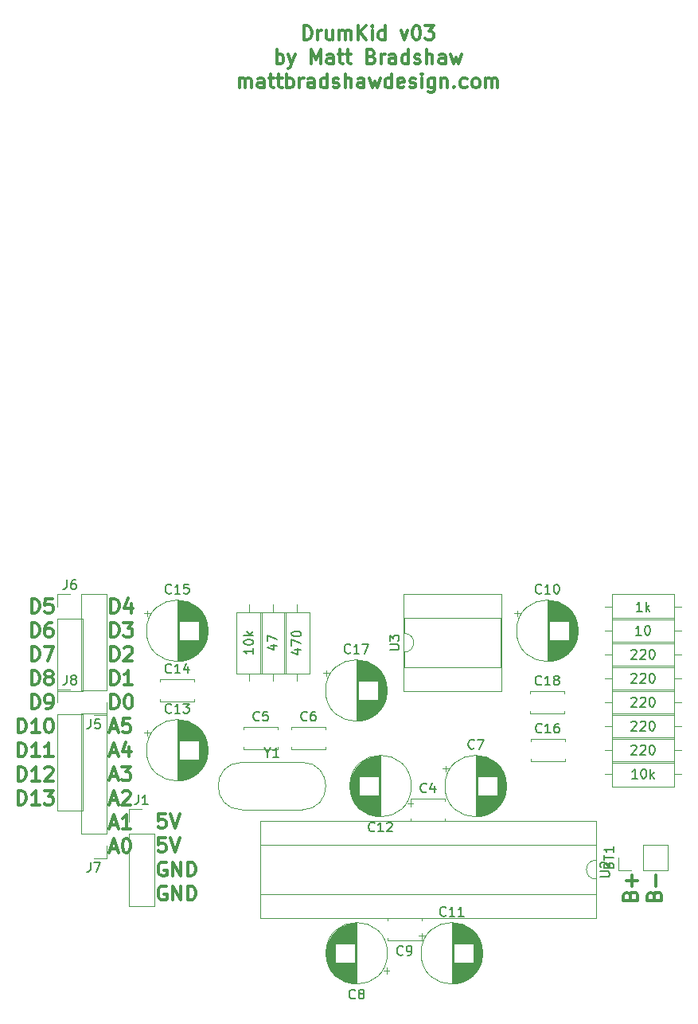
<source format=gbr>
G04 #@! TF.GenerationSoftware,KiCad,Pcbnew,(5.0.1)-3*
G04 #@! TF.CreationDate,2019-06-25T23:54:28+01:00*
G04 #@! TF.ProjectId,drumkid v3,6472756D6B69642076332E6B69636164,03*
G04 #@! TF.SameCoordinates,Original*
G04 #@! TF.FileFunction,Legend,Top*
G04 #@! TF.FilePolarity,Positive*
%FSLAX46Y46*%
G04 Gerber Fmt 4.6, Leading zero omitted, Abs format (unit mm)*
G04 Created by KiCad (PCBNEW (5.0.1)-3) date 25/06/2019 23:54:28*
%MOMM*%
%LPD*%
G01*
G04 APERTURE LIST*
%ADD10C,0.300000*%
%ADD11C,0.120000*%
%ADD12C,0.150000*%
G04 APERTURE END LIST*
D10*
X142967142Y-55278571D02*
X142967142Y-53778571D01*
X143324285Y-53778571D01*
X143538571Y-53850000D01*
X143681428Y-53992857D01*
X143752857Y-54135714D01*
X143824285Y-54421428D01*
X143824285Y-54635714D01*
X143752857Y-54921428D01*
X143681428Y-55064285D01*
X143538571Y-55207142D01*
X143324285Y-55278571D01*
X142967142Y-55278571D01*
X144467142Y-55278571D02*
X144467142Y-54278571D01*
X144467142Y-54564285D02*
X144538571Y-54421428D01*
X144610000Y-54350000D01*
X144752857Y-54278571D01*
X144895714Y-54278571D01*
X146038571Y-54278571D02*
X146038571Y-55278571D01*
X145395714Y-54278571D02*
X145395714Y-55064285D01*
X145467142Y-55207142D01*
X145610000Y-55278571D01*
X145824285Y-55278571D01*
X145967142Y-55207142D01*
X146038571Y-55135714D01*
X146752857Y-55278571D02*
X146752857Y-54278571D01*
X146752857Y-54421428D02*
X146824285Y-54350000D01*
X146967142Y-54278571D01*
X147181428Y-54278571D01*
X147324285Y-54350000D01*
X147395714Y-54492857D01*
X147395714Y-55278571D01*
X147395714Y-54492857D02*
X147467142Y-54350000D01*
X147610000Y-54278571D01*
X147824285Y-54278571D01*
X147967142Y-54350000D01*
X148038571Y-54492857D01*
X148038571Y-55278571D01*
X148752857Y-55278571D02*
X148752857Y-53778571D01*
X149610000Y-55278571D02*
X148967142Y-54421428D01*
X149610000Y-53778571D02*
X148752857Y-54635714D01*
X150252857Y-55278571D02*
X150252857Y-54278571D01*
X150252857Y-53778571D02*
X150181428Y-53850000D01*
X150252857Y-53921428D01*
X150324285Y-53850000D01*
X150252857Y-53778571D01*
X150252857Y-53921428D01*
X151610000Y-55278571D02*
X151610000Y-53778571D01*
X151610000Y-55207142D02*
X151467142Y-55278571D01*
X151181428Y-55278571D01*
X151038571Y-55207142D01*
X150967142Y-55135714D01*
X150895714Y-54992857D01*
X150895714Y-54564285D01*
X150967142Y-54421428D01*
X151038571Y-54350000D01*
X151181428Y-54278571D01*
X151467142Y-54278571D01*
X151610000Y-54350000D01*
X153324285Y-54278571D02*
X153681428Y-55278571D01*
X154038571Y-54278571D01*
X154895714Y-53778571D02*
X155038571Y-53778571D01*
X155181428Y-53850000D01*
X155252857Y-53921428D01*
X155324285Y-54064285D01*
X155395714Y-54350000D01*
X155395714Y-54707142D01*
X155324285Y-54992857D01*
X155252857Y-55135714D01*
X155181428Y-55207142D01*
X155038571Y-55278571D01*
X154895714Y-55278571D01*
X154752857Y-55207142D01*
X154681428Y-55135714D01*
X154610000Y-54992857D01*
X154538571Y-54707142D01*
X154538571Y-54350000D01*
X154610000Y-54064285D01*
X154681428Y-53921428D01*
X154752857Y-53850000D01*
X154895714Y-53778571D01*
X155895714Y-53778571D02*
X156824285Y-53778571D01*
X156324285Y-54350000D01*
X156538571Y-54350000D01*
X156681428Y-54421428D01*
X156752857Y-54492857D01*
X156824285Y-54635714D01*
X156824285Y-54992857D01*
X156752857Y-55135714D01*
X156681428Y-55207142D01*
X156538571Y-55278571D01*
X156110000Y-55278571D01*
X155967142Y-55207142D01*
X155895714Y-55135714D01*
X140110000Y-57828571D02*
X140110000Y-56328571D01*
X140110000Y-56900000D02*
X140252857Y-56828571D01*
X140538571Y-56828571D01*
X140681428Y-56900000D01*
X140752857Y-56971428D01*
X140824285Y-57114285D01*
X140824285Y-57542857D01*
X140752857Y-57685714D01*
X140681428Y-57757142D01*
X140538571Y-57828571D01*
X140252857Y-57828571D01*
X140110000Y-57757142D01*
X141324285Y-56828571D02*
X141681428Y-57828571D01*
X142038571Y-56828571D02*
X141681428Y-57828571D01*
X141538571Y-58185714D01*
X141467142Y-58257142D01*
X141324285Y-58328571D01*
X143752857Y-57828571D02*
X143752857Y-56328571D01*
X144252857Y-57400000D01*
X144752857Y-56328571D01*
X144752857Y-57828571D01*
X146110000Y-57828571D02*
X146110000Y-57042857D01*
X146038571Y-56900000D01*
X145895714Y-56828571D01*
X145610000Y-56828571D01*
X145467142Y-56900000D01*
X146110000Y-57757142D02*
X145967142Y-57828571D01*
X145610000Y-57828571D01*
X145467142Y-57757142D01*
X145395714Y-57614285D01*
X145395714Y-57471428D01*
X145467142Y-57328571D01*
X145610000Y-57257142D01*
X145967142Y-57257142D01*
X146110000Y-57185714D01*
X146610000Y-56828571D02*
X147181428Y-56828571D01*
X146824285Y-56328571D02*
X146824285Y-57614285D01*
X146895714Y-57757142D01*
X147038571Y-57828571D01*
X147181428Y-57828571D01*
X147467142Y-56828571D02*
X148038571Y-56828571D01*
X147681428Y-56328571D02*
X147681428Y-57614285D01*
X147752857Y-57757142D01*
X147895714Y-57828571D01*
X148038571Y-57828571D01*
X150181428Y-57042857D02*
X150395714Y-57114285D01*
X150467142Y-57185714D01*
X150538571Y-57328571D01*
X150538571Y-57542857D01*
X150467142Y-57685714D01*
X150395714Y-57757142D01*
X150252857Y-57828571D01*
X149681428Y-57828571D01*
X149681428Y-56328571D01*
X150181428Y-56328571D01*
X150324285Y-56400000D01*
X150395714Y-56471428D01*
X150467142Y-56614285D01*
X150467142Y-56757142D01*
X150395714Y-56900000D01*
X150324285Y-56971428D01*
X150181428Y-57042857D01*
X149681428Y-57042857D01*
X151181428Y-57828571D02*
X151181428Y-56828571D01*
X151181428Y-57114285D02*
X151252857Y-56971428D01*
X151324285Y-56900000D01*
X151467142Y-56828571D01*
X151610000Y-56828571D01*
X152752857Y-57828571D02*
X152752857Y-57042857D01*
X152681428Y-56900000D01*
X152538571Y-56828571D01*
X152252857Y-56828571D01*
X152110000Y-56900000D01*
X152752857Y-57757142D02*
X152610000Y-57828571D01*
X152252857Y-57828571D01*
X152110000Y-57757142D01*
X152038571Y-57614285D01*
X152038571Y-57471428D01*
X152110000Y-57328571D01*
X152252857Y-57257142D01*
X152610000Y-57257142D01*
X152752857Y-57185714D01*
X154110000Y-57828571D02*
X154110000Y-56328571D01*
X154110000Y-57757142D02*
X153967142Y-57828571D01*
X153681428Y-57828571D01*
X153538571Y-57757142D01*
X153467142Y-57685714D01*
X153395714Y-57542857D01*
X153395714Y-57114285D01*
X153467142Y-56971428D01*
X153538571Y-56900000D01*
X153681428Y-56828571D01*
X153967142Y-56828571D01*
X154110000Y-56900000D01*
X154752857Y-57757142D02*
X154895714Y-57828571D01*
X155181428Y-57828571D01*
X155324285Y-57757142D01*
X155395714Y-57614285D01*
X155395714Y-57542857D01*
X155324285Y-57400000D01*
X155181428Y-57328571D01*
X154967142Y-57328571D01*
X154824285Y-57257142D01*
X154752857Y-57114285D01*
X154752857Y-57042857D01*
X154824285Y-56900000D01*
X154967142Y-56828571D01*
X155181428Y-56828571D01*
X155324285Y-56900000D01*
X156038571Y-57828571D02*
X156038571Y-56328571D01*
X156681428Y-57828571D02*
X156681428Y-57042857D01*
X156610000Y-56900000D01*
X156467142Y-56828571D01*
X156252857Y-56828571D01*
X156110000Y-56900000D01*
X156038571Y-56971428D01*
X158038571Y-57828571D02*
X158038571Y-57042857D01*
X157967142Y-56900000D01*
X157824285Y-56828571D01*
X157538571Y-56828571D01*
X157395714Y-56900000D01*
X158038571Y-57757142D02*
X157895714Y-57828571D01*
X157538571Y-57828571D01*
X157395714Y-57757142D01*
X157324285Y-57614285D01*
X157324285Y-57471428D01*
X157395714Y-57328571D01*
X157538571Y-57257142D01*
X157895714Y-57257142D01*
X158038571Y-57185714D01*
X158610000Y-56828571D02*
X158895714Y-57828571D01*
X159181428Y-57114285D01*
X159467142Y-57828571D01*
X159752857Y-56828571D01*
X136110000Y-60378571D02*
X136110000Y-59378571D01*
X136110000Y-59521428D02*
X136181428Y-59450000D01*
X136324285Y-59378571D01*
X136538571Y-59378571D01*
X136681428Y-59450000D01*
X136752857Y-59592857D01*
X136752857Y-60378571D01*
X136752857Y-59592857D02*
X136824285Y-59450000D01*
X136967142Y-59378571D01*
X137181428Y-59378571D01*
X137324285Y-59450000D01*
X137395714Y-59592857D01*
X137395714Y-60378571D01*
X138752857Y-60378571D02*
X138752857Y-59592857D01*
X138681428Y-59450000D01*
X138538571Y-59378571D01*
X138252857Y-59378571D01*
X138110000Y-59450000D01*
X138752857Y-60307142D02*
X138610000Y-60378571D01*
X138252857Y-60378571D01*
X138110000Y-60307142D01*
X138038571Y-60164285D01*
X138038571Y-60021428D01*
X138110000Y-59878571D01*
X138252857Y-59807142D01*
X138610000Y-59807142D01*
X138752857Y-59735714D01*
X139252857Y-59378571D02*
X139824285Y-59378571D01*
X139467142Y-58878571D02*
X139467142Y-60164285D01*
X139538571Y-60307142D01*
X139681428Y-60378571D01*
X139824285Y-60378571D01*
X140110000Y-59378571D02*
X140681428Y-59378571D01*
X140324285Y-58878571D02*
X140324285Y-60164285D01*
X140395714Y-60307142D01*
X140538571Y-60378571D01*
X140681428Y-60378571D01*
X141181428Y-60378571D02*
X141181428Y-58878571D01*
X141181428Y-59450000D02*
X141324285Y-59378571D01*
X141610000Y-59378571D01*
X141752857Y-59450000D01*
X141824285Y-59521428D01*
X141895714Y-59664285D01*
X141895714Y-60092857D01*
X141824285Y-60235714D01*
X141752857Y-60307142D01*
X141610000Y-60378571D01*
X141324285Y-60378571D01*
X141181428Y-60307142D01*
X142538571Y-60378571D02*
X142538571Y-59378571D01*
X142538571Y-59664285D02*
X142610000Y-59521428D01*
X142681428Y-59450000D01*
X142824285Y-59378571D01*
X142967142Y-59378571D01*
X144110000Y-60378571D02*
X144110000Y-59592857D01*
X144038571Y-59450000D01*
X143895714Y-59378571D01*
X143610000Y-59378571D01*
X143467142Y-59450000D01*
X144110000Y-60307142D02*
X143967142Y-60378571D01*
X143610000Y-60378571D01*
X143467142Y-60307142D01*
X143395714Y-60164285D01*
X143395714Y-60021428D01*
X143467142Y-59878571D01*
X143610000Y-59807142D01*
X143967142Y-59807142D01*
X144110000Y-59735714D01*
X145467142Y-60378571D02*
X145467142Y-58878571D01*
X145467142Y-60307142D02*
X145324285Y-60378571D01*
X145038571Y-60378571D01*
X144895714Y-60307142D01*
X144824285Y-60235714D01*
X144752857Y-60092857D01*
X144752857Y-59664285D01*
X144824285Y-59521428D01*
X144895714Y-59450000D01*
X145038571Y-59378571D01*
X145324285Y-59378571D01*
X145467142Y-59450000D01*
X146110000Y-60307142D02*
X146252857Y-60378571D01*
X146538571Y-60378571D01*
X146681428Y-60307142D01*
X146752857Y-60164285D01*
X146752857Y-60092857D01*
X146681428Y-59950000D01*
X146538571Y-59878571D01*
X146324285Y-59878571D01*
X146181428Y-59807142D01*
X146110000Y-59664285D01*
X146110000Y-59592857D01*
X146181428Y-59450000D01*
X146324285Y-59378571D01*
X146538571Y-59378571D01*
X146681428Y-59450000D01*
X147395714Y-60378571D02*
X147395714Y-58878571D01*
X148038571Y-60378571D02*
X148038571Y-59592857D01*
X147967142Y-59450000D01*
X147824285Y-59378571D01*
X147610000Y-59378571D01*
X147467142Y-59450000D01*
X147395714Y-59521428D01*
X149395714Y-60378571D02*
X149395714Y-59592857D01*
X149324285Y-59450000D01*
X149181428Y-59378571D01*
X148895714Y-59378571D01*
X148752857Y-59450000D01*
X149395714Y-60307142D02*
X149252857Y-60378571D01*
X148895714Y-60378571D01*
X148752857Y-60307142D01*
X148681428Y-60164285D01*
X148681428Y-60021428D01*
X148752857Y-59878571D01*
X148895714Y-59807142D01*
X149252857Y-59807142D01*
X149395714Y-59735714D01*
X149967142Y-59378571D02*
X150252857Y-60378571D01*
X150538571Y-59664285D01*
X150824285Y-60378571D01*
X151110000Y-59378571D01*
X152324285Y-60378571D02*
X152324285Y-58878571D01*
X152324285Y-60307142D02*
X152181428Y-60378571D01*
X151895714Y-60378571D01*
X151752857Y-60307142D01*
X151681428Y-60235714D01*
X151610000Y-60092857D01*
X151610000Y-59664285D01*
X151681428Y-59521428D01*
X151752857Y-59450000D01*
X151895714Y-59378571D01*
X152181428Y-59378571D01*
X152324285Y-59450000D01*
X153610000Y-60307142D02*
X153467142Y-60378571D01*
X153181428Y-60378571D01*
X153038571Y-60307142D01*
X152967142Y-60164285D01*
X152967142Y-59592857D01*
X153038571Y-59450000D01*
X153181428Y-59378571D01*
X153467142Y-59378571D01*
X153610000Y-59450000D01*
X153681428Y-59592857D01*
X153681428Y-59735714D01*
X152967142Y-59878571D01*
X154252857Y-60307142D02*
X154395714Y-60378571D01*
X154681428Y-60378571D01*
X154824285Y-60307142D01*
X154895714Y-60164285D01*
X154895714Y-60092857D01*
X154824285Y-59950000D01*
X154681428Y-59878571D01*
X154467142Y-59878571D01*
X154324285Y-59807142D01*
X154252857Y-59664285D01*
X154252857Y-59592857D01*
X154324285Y-59450000D01*
X154467142Y-59378571D01*
X154681428Y-59378571D01*
X154824285Y-59450000D01*
X155538571Y-60378571D02*
X155538571Y-59378571D01*
X155538571Y-58878571D02*
X155467142Y-58950000D01*
X155538571Y-59021428D01*
X155610000Y-58950000D01*
X155538571Y-58878571D01*
X155538571Y-59021428D01*
X156895714Y-59378571D02*
X156895714Y-60592857D01*
X156824285Y-60735714D01*
X156752857Y-60807142D01*
X156610000Y-60878571D01*
X156395714Y-60878571D01*
X156252857Y-60807142D01*
X156895714Y-60307142D02*
X156752857Y-60378571D01*
X156467142Y-60378571D01*
X156324285Y-60307142D01*
X156252857Y-60235714D01*
X156181428Y-60092857D01*
X156181428Y-59664285D01*
X156252857Y-59521428D01*
X156324285Y-59450000D01*
X156467142Y-59378571D01*
X156752857Y-59378571D01*
X156895714Y-59450000D01*
X157610000Y-59378571D02*
X157610000Y-60378571D01*
X157610000Y-59521428D02*
X157681428Y-59450000D01*
X157824285Y-59378571D01*
X158038571Y-59378571D01*
X158181428Y-59450000D01*
X158252857Y-59592857D01*
X158252857Y-60378571D01*
X158967142Y-60235714D02*
X159038571Y-60307142D01*
X158967142Y-60378571D01*
X158895714Y-60307142D01*
X158967142Y-60235714D01*
X158967142Y-60378571D01*
X160324285Y-60307142D02*
X160181428Y-60378571D01*
X159895714Y-60378571D01*
X159752857Y-60307142D01*
X159681428Y-60235714D01*
X159610000Y-60092857D01*
X159610000Y-59664285D01*
X159681428Y-59521428D01*
X159752857Y-59450000D01*
X159895714Y-59378571D01*
X160181428Y-59378571D01*
X160324285Y-59450000D01*
X161181428Y-60378571D02*
X161038571Y-60307142D01*
X160967142Y-60235714D01*
X160895714Y-60092857D01*
X160895714Y-59664285D01*
X160967142Y-59521428D01*
X161038571Y-59450000D01*
X161181428Y-59378571D01*
X161395714Y-59378571D01*
X161538571Y-59450000D01*
X161610000Y-59521428D01*
X161681428Y-59664285D01*
X161681428Y-60092857D01*
X161610000Y-60235714D01*
X161538571Y-60307142D01*
X161395714Y-60378571D01*
X161181428Y-60378571D01*
X162324285Y-60378571D02*
X162324285Y-59378571D01*
X162324285Y-59521428D02*
X162395714Y-59450000D01*
X162538571Y-59378571D01*
X162752857Y-59378571D01*
X162895714Y-59450000D01*
X162967142Y-59592857D01*
X162967142Y-60378571D01*
X162967142Y-59592857D02*
X163038571Y-59450000D01*
X163181428Y-59378571D01*
X163395714Y-59378571D01*
X163538571Y-59450000D01*
X163610000Y-59592857D01*
X163610000Y-60378571D01*
X177687857Y-146267857D02*
X177759285Y-146053571D01*
X177830714Y-145982142D01*
X177973571Y-145910714D01*
X178187857Y-145910714D01*
X178330714Y-145982142D01*
X178402142Y-146053571D01*
X178473571Y-146196428D01*
X178473571Y-146767857D01*
X176973571Y-146767857D01*
X176973571Y-146267857D01*
X177045000Y-146125000D01*
X177116428Y-146053571D01*
X177259285Y-145982142D01*
X177402142Y-145982142D01*
X177545000Y-146053571D01*
X177616428Y-146125000D01*
X177687857Y-146267857D01*
X177687857Y-146767857D01*
X177902142Y-145267857D02*
X177902142Y-144125000D01*
X178473571Y-144696428D02*
X177330714Y-144696428D01*
X180237857Y-146267857D02*
X180309285Y-146053571D01*
X180380714Y-145982142D01*
X180523571Y-145910714D01*
X180737857Y-145910714D01*
X180880714Y-145982142D01*
X180952142Y-146053571D01*
X181023571Y-146196428D01*
X181023571Y-146767857D01*
X179523571Y-146767857D01*
X179523571Y-146267857D01*
X179595000Y-146125000D01*
X179666428Y-146053571D01*
X179809285Y-145982142D01*
X179952142Y-145982142D01*
X180095000Y-146053571D01*
X180166428Y-146125000D01*
X180237857Y-146267857D01*
X180237857Y-146767857D01*
X180452142Y-145267857D02*
X180452142Y-144125000D01*
X128266428Y-137593571D02*
X127552142Y-137593571D01*
X127480714Y-138307857D01*
X127552142Y-138236428D01*
X127695000Y-138165000D01*
X128052142Y-138165000D01*
X128195000Y-138236428D01*
X128266428Y-138307857D01*
X128337857Y-138450714D01*
X128337857Y-138807857D01*
X128266428Y-138950714D01*
X128195000Y-139022142D01*
X128052142Y-139093571D01*
X127695000Y-139093571D01*
X127552142Y-139022142D01*
X127480714Y-138950714D01*
X128766428Y-137593571D02*
X129266428Y-139093571D01*
X129766428Y-137593571D01*
X128266428Y-140143571D02*
X127552142Y-140143571D01*
X127480714Y-140857857D01*
X127552142Y-140786428D01*
X127695000Y-140715000D01*
X128052142Y-140715000D01*
X128195000Y-140786428D01*
X128266428Y-140857857D01*
X128337857Y-141000714D01*
X128337857Y-141357857D01*
X128266428Y-141500714D01*
X128195000Y-141572142D01*
X128052142Y-141643571D01*
X127695000Y-141643571D01*
X127552142Y-141572142D01*
X127480714Y-141500714D01*
X128766428Y-140143571D02*
X129266428Y-141643571D01*
X129766428Y-140143571D01*
X128337857Y-142765000D02*
X128195000Y-142693571D01*
X127980714Y-142693571D01*
X127766428Y-142765000D01*
X127623571Y-142907857D01*
X127552142Y-143050714D01*
X127480714Y-143336428D01*
X127480714Y-143550714D01*
X127552142Y-143836428D01*
X127623571Y-143979285D01*
X127766428Y-144122142D01*
X127980714Y-144193571D01*
X128123571Y-144193571D01*
X128337857Y-144122142D01*
X128409285Y-144050714D01*
X128409285Y-143550714D01*
X128123571Y-143550714D01*
X129052142Y-144193571D02*
X129052142Y-142693571D01*
X129909285Y-144193571D01*
X129909285Y-142693571D01*
X130623571Y-144193571D02*
X130623571Y-142693571D01*
X130980714Y-142693571D01*
X131195000Y-142765000D01*
X131337857Y-142907857D01*
X131409285Y-143050714D01*
X131480714Y-143336428D01*
X131480714Y-143550714D01*
X131409285Y-143836428D01*
X131337857Y-143979285D01*
X131195000Y-144122142D01*
X130980714Y-144193571D01*
X130623571Y-144193571D01*
X128337857Y-145315000D02*
X128195000Y-145243571D01*
X127980714Y-145243571D01*
X127766428Y-145315000D01*
X127623571Y-145457857D01*
X127552142Y-145600714D01*
X127480714Y-145886428D01*
X127480714Y-146100714D01*
X127552142Y-146386428D01*
X127623571Y-146529285D01*
X127766428Y-146672142D01*
X127980714Y-146743571D01*
X128123571Y-146743571D01*
X128337857Y-146672142D01*
X128409285Y-146600714D01*
X128409285Y-146100714D01*
X128123571Y-146100714D01*
X129052142Y-146743571D02*
X129052142Y-145243571D01*
X129909285Y-146743571D01*
X129909285Y-145243571D01*
X130623571Y-146743571D02*
X130623571Y-145243571D01*
X130980714Y-145243571D01*
X131195000Y-145315000D01*
X131337857Y-145457857D01*
X131409285Y-145600714D01*
X131480714Y-145886428D01*
X131480714Y-146100714D01*
X131409285Y-146386428D01*
X131337857Y-146529285D01*
X131195000Y-146672142D01*
X130980714Y-146743571D01*
X130623571Y-146743571D01*
X122472142Y-116198571D02*
X122472142Y-114698571D01*
X122829285Y-114698571D01*
X123043571Y-114770000D01*
X123186428Y-114912857D01*
X123257857Y-115055714D01*
X123329285Y-115341428D01*
X123329285Y-115555714D01*
X123257857Y-115841428D01*
X123186428Y-115984285D01*
X123043571Y-116127142D01*
X122829285Y-116198571D01*
X122472142Y-116198571D01*
X124615000Y-115198571D02*
X124615000Y-116198571D01*
X124257857Y-114627142D02*
X123900714Y-115698571D01*
X124829285Y-115698571D01*
X122472142Y-118748571D02*
X122472142Y-117248571D01*
X122829285Y-117248571D01*
X123043571Y-117320000D01*
X123186428Y-117462857D01*
X123257857Y-117605714D01*
X123329285Y-117891428D01*
X123329285Y-118105714D01*
X123257857Y-118391428D01*
X123186428Y-118534285D01*
X123043571Y-118677142D01*
X122829285Y-118748571D01*
X122472142Y-118748571D01*
X123829285Y-117248571D02*
X124757857Y-117248571D01*
X124257857Y-117820000D01*
X124472142Y-117820000D01*
X124615000Y-117891428D01*
X124686428Y-117962857D01*
X124757857Y-118105714D01*
X124757857Y-118462857D01*
X124686428Y-118605714D01*
X124615000Y-118677142D01*
X124472142Y-118748571D01*
X124043571Y-118748571D01*
X123900714Y-118677142D01*
X123829285Y-118605714D01*
X122472142Y-121298571D02*
X122472142Y-119798571D01*
X122829285Y-119798571D01*
X123043571Y-119870000D01*
X123186428Y-120012857D01*
X123257857Y-120155714D01*
X123329285Y-120441428D01*
X123329285Y-120655714D01*
X123257857Y-120941428D01*
X123186428Y-121084285D01*
X123043571Y-121227142D01*
X122829285Y-121298571D01*
X122472142Y-121298571D01*
X123900714Y-119941428D02*
X123972142Y-119870000D01*
X124115000Y-119798571D01*
X124472142Y-119798571D01*
X124615000Y-119870000D01*
X124686428Y-119941428D01*
X124757857Y-120084285D01*
X124757857Y-120227142D01*
X124686428Y-120441428D01*
X123829285Y-121298571D01*
X124757857Y-121298571D01*
X122472142Y-123848571D02*
X122472142Y-122348571D01*
X122829285Y-122348571D01*
X123043571Y-122420000D01*
X123186428Y-122562857D01*
X123257857Y-122705714D01*
X123329285Y-122991428D01*
X123329285Y-123205714D01*
X123257857Y-123491428D01*
X123186428Y-123634285D01*
X123043571Y-123777142D01*
X122829285Y-123848571D01*
X122472142Y-123848571D01*
X124757857Y-123848571D02*
X123900714Y-123848571D01*
X124329285Y-123848571D02*
X124329285Y-122348571D01*
X124186428Y-122562857D01*
X124043571Y-122705714D01*
X123900714Y-122777142D01*
X122472142Y-126398571D02*
X122472142Y-124898571D01*
X122829285Y-124898571D01*
X123043571Y-124970000D01*
X123186428Y-125112857D01*
X123257857Y-125255714D01*
X123329285Y-125541428D01*
X123329285Y-125755714D01*
X123257857Y-126041428D01*
X123186428Y-126184285D01*
X123043571Y-126327142D01*
X122829285Y-126398571D01*
X122472142Y-126398571D01*
X124257857Y-124898571D02*
X124400714Y-124898571D01*
X124543571Y-124970000D01*
X124615000Y-125041428D01*
X124686428Y-125184285D01*
X124757857Y-125470000D01*
X124757857Y-125827142D01*
X124686428Y-126112857D01*
X124615000Y-126255714D01*
X124543571Y-126327142D01*
X124400714Y-126398571D01*
X124257857Y-126398571D01*
X124115000Y-126327142D01*
X124043571Y-126255714D01*
X123972142Y-126112857D01*
X123900714Y-125827142D01*
X123900714Y-125470000D01*
X123972142Y-125184285D01*
X124043571Y-125041428D01*
X124115000Y-124970000D01*
X124257857Y-124898571D01*
X122400714Y-128520000D02*
X123115000Y-128520000D01*
X122257857Y-128948571D02*
X122757857Y-127448571D01*
X123257857Y-128948571D01*
X124472142Y-127448571D02*
X123757857Y-127448571D01*
X123686428Y-128162857D01*
X123757857Y-128091428D01*
X123900714Y-128020000D01*
X124257857Y-128020000D01*
X124400714Y-128091428D01*
X124472142Y-128162857D01*
X124543571Y-128305714D01*
X124543571Y-128662857D01*
X124472142Y-128805714D01*
X124400714Y-128877142D01*
X124257857Y-128948571D01*
X123900714Y-128948571D01*
X123757857Y-128877142D01*
X123686428Y-128805714D01*
X122400714Y-131070000D02*
X123115000Y-131070000D01*
X122257857Y-131498571D02*
X122757857Y-129998571D01*
X123257857Y-131498571D01*
X124400714Y-130498571D02*
X124400714Y-131498571D01*
X124043571Y-129927142D02*
X123686428Y-130998571D01*
X124615000Y-130998571D01*
X122400714Y-133620000D02*
X123115000Y-133620000D01*
X122257857Y-134048571D02*
X122757857Y-132548571D01*
X123257857Y-134048571D01*
X123615000Y-132548571D02*
X124543571Y-132548571D01*
X124043571Y-133120000D01*
X124257857Y-133120000D01*
X124400714Y-133191428D01*
X124472142Y-133262857D01*
X124543571Y-133405714D01*
X124543571Y-133762857D01*
X124472142Y-133905714D01*
X124400714Y-133977142D01*
X124257857Y-134048571D01*
X123829285Y-134048571D01*
X123686428Y-133977142D01*
X123615000Y-133905714D01*
X122400714Y-136170000D02*
X123115000Y-136170000D01*
X122257857Y-136598571D02*
X122757857Y-135098571D01*
X123257857Y-136598571D01*
X123686428Y-135241428D02*
X123757857Y-135170000D01*
X123900714Y-135098571D01*
X124257857Y-135098571D01*
X124400714Y-135170000D01*
X124472142Y-135241428D01*
X124543571Y-135384285D01*
X124543571Y-135527142D01*
X124472142Y-135741428D01*
X123615000Y-136598571D01*
X124543571Y-136598571D01*
X122400714Y-138720000D02*
X123115000Y-138720000D01*
X122257857Y-139148571D02*
X122757857Y-137648571D01*
X123257857Y-139148571D01*
X124543571Y-139148571D02*
X123686428Y-139148571D01*
X124115000Y-139148571D02*
X124115000Y-137648571D01*
X123972142Y-137862857D01*
X123829285Y-138005714D01*
X123686428Y-138077142D01*
X122400714Y-141270000D02*
X123115000Y-141270000D01*
X122257857Y-141698571D02*
X122757857Y-140198571D01*
X123257857Y-141698571D01*
X124043571Y-140198571D02*
X124186428Y-140198571D01*
X124329285Y-140270000D01*
X124400714Y-140341428D01*
X124472142Y-140484285D01*
X124543571Y-140770000D01*
X124543571Y-141127142D01*
X124472142Y-141412857D01*
X124400714Y-141555714D01*
X124329285Y-141627142D01*
X124186428Y-141698571D01*
X124043571Y-141698571D01*
X123900714Y-141627142D01*
X123829285Y-141555714D01*
X123757857Y-141412857D01*
X123686428Y-141127142D01*
X123686428Y-140770000D01*
X123757857Y-140484285D01*
X123829285Y-140341428D01*
X123900714Y-140270000D01*
X124043571Y-140198571D01*
X114013571Y-116208571D02*
X114013571Y-114708571D01*
X114370714Y-114708571D01*
X114585000Y-114780000D01*
X114727857Y-114922857D01*
X114799285Y-115065714D01*
X114870714Y-115351428D01*
X114870714Y-115565714D01*
X114799285Y-115851428D01*
X114727857Y-115994285D01*
X114585000Y-116137142D01*
X114370714Y-116208571D01*
X114013571Y-116208571D01*
X116227857Y-114708571D02*
X115513571Y-114708571D01*
X115442142Y-115422857D01*
X115513571Y-115351428D01*
X115656428Y-115280000D01*
X116013571Y-115280000D01*
X116156428Y-115351428D01*
X116227857Y-115422857D01*
X116299285Y-115565714D01*
X116299285Y-115922857D01*
X116227857Y-116065714D01*
X116156428Y-116137142D01*
X116013571Y-116208571D01*
X115656428Y-116208571D01*
X115513571Y-116137142D01*
X115442142Y-116065714D01*
X114013571Y-118758571D02*
X114013571Y-117258571D01*
X114370714Y-117258571D01*
X114585000Y-117330000D01*
X114727857Y-117472857D01*
X114799285Y-117615714D01*
X114870714Y-117901428D01*
X114870714Y-118115714D01*
X114799285Y-118401428D01*
X114727857Y-118544285D01*
X114585000Y-118687142D01*
X114370714Y-118758571D01*
X114013571Y-118758571D01*
X116156428Y-117258571D02*
X115870714Y-117258571D01*
X115727857Y-117330000D01*
X115656428Y-117401428D01*
X115513571Y-117615714D01*
X115442142Y-117901428D01*
X115442142Y-118472857D01*
X115513571Y-118615714D01*
X115585000Y-118687142D01*
X115727857Y-118758571D01*
X116013571Y-118758571D01*
X116156428Y-118687142D01*
X116227857Y-118615714D01*
X116299285Y-118472857D01*
X116299285Y-118115714D01*
X116227857Y-117972857D01*
X116156428Y-117901428D01*
X116013571Y-117830000D01*
X115727857Y-117830000D01*
X115585000Y-117901428D01*
X115513571Y-117972857D01*
X115442142Y-118115714D01*
X114013571Y-121308571D02*
X114013571Y-119808571D01*
X114370714Y-119808571D01*
X114585000Y-119880000D01*
X114727857Y-120022857D01*
X114799285Y-120165714D01*
X114870714Y-120451428D01*
X114870714Y-120665714D01*
X114799285Y-120951428D01*
X114727857Y-121094285D01*
X114585000Y-121237142D01*
X114370714Y-121308571D01*
X114013571Y-121308571D01*
X115370714Y-119808571D02*
X116370714Y-119808571D01*
X115727857Y-121308571D01*
X114013571Y-123858571D02*
X114013571Y-122358571D01*
X114370714Y-122358571D01*
X114585000Y-122430000D01*
X114727857Y-122572857D01*
X114799285Y-122715714D01*
X114870714Y-123001428D01*
X114870714Y-123215714D01*
X114799285Y-123501428D01*
X114727857Y-123644285D01*
X114585000Y-123787142D01*
X114370714Y-123858571D01*
X114013571Y-123858571D01*
X115727857Y-123001428D02*
X115585000Y-122930000D01*
X115513571Y-122858571D01*
X115442142Y-122715714D01*
X115442142Y-122644285D01*
X115513571Y-122501428D01*
X115585000Y-122430000D01*
X115727857Y-122358571D01*
X116013571Y-122358571D01*
X116156428Y-122430000D01*
X116227857Y-122501428D01*
X116299285Y-122644285D01*
X116299285Y-122715714D01*
X116227857Y-122858571D01*
X116156428Y-122930000D01*
X116013571Y-123001428D01*
X115727857Y-123001428D01*
X115585000Y-123072857D01*
X115513571Y-123144285D01*
X115442142Y-123287142D01*
X115442142Y-123572857D01*
X115513571Y-123715714D01*
X115585000Y-123787142D01*
X115727857Y-123858571D01*
X116013571Y-123858571D01*
X116156428Y-123787142D01*
X116227857Y-123715714D01*
X116299285Y-123572857D01*
X116299285Y-123287142D01*
X116227857Y-123144285D01*
X116156428Y-123072857D01*
X116013571Y-123001428D01*
X114013571Y-126408571D02*
X114013571Y-124908571D01*
X114370714Y-124908571D01*
X114585000Y-124980000D01*
X114727857Y-125122857D01*
X114799285Y-125265714D01*
X114870714Y-125551428D01*
X114870714Y-125765714D01*
X114799285Y-126051428D01*
X114727857Y-126194285D01*
X114585000Y-126337142D01*
X114370714Y-126408571D01*
X114013571Y-126408571D01*
X115585000Y-126408571D02*
X115870714Y-126408571D01*
X116013571Y-126337142D01*
X116085000Y-126265714D01*
X116227857Y-126051428D01*
X116299285Y-125765714D01*
X116299285Y-125194285D01*
X116227857Y-125051428D01*
X116156428Y-124980000D01*
X116013571Y-124908571D01*
X115727857Y-124908571D01*
X115585000Y-124980000D01*
X115513571Y-125051428D01*
X115442142Y-125194285D01*
X115442142Y-125551428D01*
X115513571Y-125694285D01*
X115585000Y-125765714D01*
X115727857Y-125837142D01*
X116013571Y-125837142D01*
X116156428Y-125765714D01*
X116227857Y-125694285D01*
X116299285Y-125551428D01*
X112585000Y-128958571D02*
X112585000Y-127458571D01*
X112942142Y-127458571D01*
X113156428Y-127530000D01*
X113299285Y-127672857D01*
X113370714Y-127815714D01*
X113442142Y-128101428D01*
X113442142Y-128315714D01*
X113370714Y-128601428D01*
X113299285Y-128744285D01*
X113156428Y-128887142D01*
X112942142Y-128958571D01*
X112585000Y-128958571D01*
X114870714Y-128958571D02*
X114013571Y-128958571D01*
X114442142Y-128958571D02*
X114442142Y-127458571D01*
X114299285Y-127672857D01*
X114156428Y-127815714D01*
X114013571Y-127887142D01*
X115799285Y-127458571D02*
X115942142Y-127458571D01*
X116085000Y-127530000D01*
X116156428Y-127601428D01*
X116227857Y-127744285D01*
X116299285Y-128030000D01*
X116299285Y-128387142D01*
X116227857Y-128672857D01*
X116156428Y-128815714D01*
X116085000Y-128887142D01*
X115942142Y-128958571D01*
X115799285Y-128958571D01*
X115656428Y-128887142D01*
X115585000Y-128815714D01*
X115513571Y-128672857D01*
X115442142Y-128387142D01*
X115442142Y-128030000D01*
X115513571Y-127744285D01*
X115585000Y-127601428D01*
X115656428Y-127530000D01*
X115799285Y-127458571D01*
X112585000Y-131508571D02*
X112585000Y-130008571D01*
X112942142Y-130008571D01*
X113156428Y-130080000D01*
X113299285Y-130222857D01*
X113370714Y-130365714D01*
X113442142Y-130651428D01*
X113442142Y-130865714D01*
X113370714Y-131151428D01*
X113299285Y-131294285D01*
X113156428Y-131437142D01*
X112942142Y-131508571D01*
X112585000Y-131508571D01*
X114870714Y-131508571D02*
X114013571Y-131508571D01*
X114442142Y-131508571D02*
X114442142Y-130008571D01*
X114299285Y-130222857D01*
X114156428Y-130365714D01*
X114013571Y-130437142D01*
X116299285Y-131508571D02*
X115442142Y-131508571D01*
X115870714Y-131508571D02*
X115870714Y-130008571D01*
X115727857Y-130222857D01*
X115585000Y-130365714D01*
X115442142Y-130437142D01*
X112585000Y-134058571D02*
X112585000Y-132558571D01*
X112942142Y-132558571D01*
X113156428Y-132630000D01*
X113299285Y-132772857D01*
X113370714Y-132915714D01*
X113442142Y-133201428D01*
X113442142Y-133415714D01*
X113370714Y-133701428D01*
X113299285Y-133844285D01*
X113156428Y-133987142D01*
X112942142Y-134058571D01*
X112585000Y-134058571D01*
X114870714Y-134058571D02*
X114013571Y-134058571D01*
X114442142Y-134058571D02*
X114442142Y-132558571D01*
X114299285Y-132772857D01*
X114156428Y-132915714D01*
X114013571Y-132987142D01*
X115442142Y-132701428D02*
X115513571Y-132630000D01*
X115656428Y-132558571D01*
X116013571Y-132558571D01*
X116156428Y-132630000D01*
X116227857Y-132701428D01*
X116299285Y-132844285D01*
X116299285Y-132987142D01*
X116227857Y-133201428D01*
X115370714Y-134058571D01*
X116299285Y-134058571D01*
X112585000Y-136608571D02*
X112585000Y-135108571D01*
X112942142Y-135108571D01*
X113156428Y-135180000D01*
X113299285Y-135322857D01*
X113370714Y-135465714D01*
X113442142Y-135751428D01*
X113442142Y-135965714D01*
X113370714Y-136251428D01*
X113299285Y-136394285D01*
X113156428Y-136537142D01*
X112942142Y-136608571D01*
X112585000Y-136608571D01*
X114870714Y-136608571D02*
X114013571Y-136608571D01*
X114442142Y-136608571D02*
X114442142Y-135108571D01*
X114299285Y-135322857D01*
X114156428Y-135465714D01*
X114013571Y-135537142D01*
X115370714Y-135108571D02*
X116299285Y-135108571D01*
X115799285Y-135680000D01*
X116013571Y-135680000D01*
X116156428Y-135751428D01*
X116227857Y-135822857D01*
X116299285Y-135965714D01*
X116299285Y-136322857D01*
X116227857Y-136465714D01*
X116156428Y-136537142D01*
X116013571Y-136608571D01*
X115585000Y-136608571D01*
X115442142Y-136537142D01*
X115370714Y-136465714D01*
D11*
G04 #@! TO.C,R1*
X139700000Y-115340000D02*
X139700000Y-116110000D01*
X139700000Y-123420000D02*
X139700000Y-122650000D01*
X138330000Y-116110000D02*
X138330000Y-122650000D01*
X141070000Y-116110000D02*
X138330000Y-116110000D01*
X141070000Y-122650000D02*
X141070000Y-116110000D01*
X138330000Y-122650000D02*
X141070000Y-122650000D01*
G04 #@! TO.C,R7*
X183110000Y-130810000D02*
X182340000Y-130810000D01*
X175030000Y-130810000D02*
X175800000Y-130810000D01*
X182340000Y-129440000D02*
X175800000Y-129440000D01*
X182340000Y-132180000D02*
X182340000Y-129440000D01*
X175800000Y-132180000D02*
X182340000Y-132180000D01*
X175800000Y-129440000D02*
X175800000Y-132180000D01*
G04 #@! TO.C,R11*
X183110000Y-118110000D02*
X182340000Y-118110000D01*
X175030000Y-118110000D02*
X175800000Y-118110000D01*
X182340000Y-116740000D02*
X175800000Y-116740000D01*
X182340000Y-119480000D02*
X182340000Y-116740000D01*
X175800000Y-119480000D02*
X182340000Y-119480000D01*
X175800000Y-116740000D02*
X175800000Y-119480000D01*
G04 #@! TO.C,R10*
X183110000Y-115570000D02*
X182340000Y-115570000D01*
X175030000Y-115570000D02*
X175800000Y-115570000D01*
X182340000Y-114200000D02*
X175800000Y-114200000D01*
X182340000Y-116940000D02*
X182340000Y-114200000D01*
X175800000Y-116940000D02*
X182340000Y-116940000D01*
X175800000Y-114200000D02*
X175800000Y-116940000D01*
G04 #@! TO.C,R9*
X137160000Y-115340000D02*
X137160000Y-116110000D01*
X137160000Y-123420000D02*
X137160000Y-122650000D01*
X135790000Y-116110000D02*
X135790000Y-122650000D01*
X138530000Y-116110000D02*
X135790000Y-116110000D01*
X138530000Y-122650000D02*
X138530000Y-116110000D01*
X135790000Y-122650000D02*
X138530000Y-122650000D01*
G04 #@! TO.C,R8*
X142240000Y-115340000D02*
X142240000Y-116110000D01*
X142240000Y-123420000D02*
X142240000Y-122650000D01*
X140870000Y-116110000D02*
X140870000Y-122650000D01*
X143610000Y-116110000D02*
X140870000Y-116110000D01*
X143610000Y-122650000D02*
X143610000Y-116110000D01*
X140870000Y-122650000D02*
X143610000Y-122650000D01*
G04 #@! TO.C,R6*
X183110000Y-128270000D02*
X182340000Y-128270000D01*
X175030000Y-128270000D02*
X175800000Y-128270000D01*
X182340000Y-126900000D02*
X175800000Y-126900000D01*
X182340000Y-129640000D02*
X182340000Y-126900000D01*
X175800000Y-129640000D02*
X182340000Y-129640000D01*
X175800000Y-126900000D02*
X175800000Y-129640000D01*
G04 #@! TO.C,R5*
X183110000Y-125730000D02*
X182340000Y-125730000D01*
X175030000Y-125730000D02*
X175800000Y-125730000D01*
X182340000Y-124360000D02*
X175800000Y-124360000D01*
X182340000Y-127100000D02*
X182340000Y-124360000D01*
X175800000Y-127100000D02*
X182340000Y-127100000D01*
X175800000Y-124360000D02*
X175800000Y-127100000D01*
G04 #@! TO.C,R4*
X183110000Y-123190000D02*
X182340000Y-123190000D01*
X175030000Y-123190000D02*
X175800000Y-123190000D01*
X182340000Y-121820000D02*
X175800000Y-121820000D01*
X182340000Y-124560000D02*
X182340000Y-121820000D01*
X175800000Y-124560000D02*
X182340000Y-124560000D01*
X175800000Y-121820000D02*
X175800000Y-124560000D01*
G04 #@! TO.C,R3*
X183110000Y-120650000D02*
X182340000Y-120650000D01*
X175030000Y-120650000D02*
X175800000Y-120650000D01*
X182340000Y-119280000D02*
X175800000Y-119280000D01*
X182340000Y-122020000D02*
X182340000Y-119280000D01*
X175800000Y-122020000D02*
X182340000Y-122020000D01*
X175800000Y-119280000D02*
X175800000Y-122020000D01*
G04 #@! TO.C,R2*
X183110000Y-133350000D02*
X182340000Y-133350000D01*
X175030000Y-133350000D02*
X175800000Y-133350000D01*
X182340000Y-131980000D02*
X175800000Y-131980000D01*
X182340000Y-134720000D02*
X182340000Y-131980000D01*
X175800000Y-134720000D02*
X182340000Y-134720000D01*
X175800000Y-131980000D02*
X175800000Y-134720000D01*
G04 #@! TO.C,C10*
X165704759Y-115956000D02*
X165704759Y-116586000D01*
X165389759Y-116271000D02*
X166019759Y-116271000D01*
X172131000Y-117708000D02*
X172131000Y-118512000D01*
X172091000Y-117477000D02*
X172091000Y-118743000D01*
X172051000Y-117308000D02*
X172051000Y-118912000D01*
X172011000Y-117170000D02*
X172011000Y-119050000D01*
X171971000Y-117051000D02*
X171971000Y-119169000D01*
X171931000Y-116945000D02*
X171931000Y-119275000D01*
X171891000Y-116848000D02*
X171891000Y-119372000D01*
X171851000Y-116760000D02*
X171851000Y-119460000D01*
X171811000Y-116678000D02*
X171811000Y-119542000D01*
X171771000Y-116601000D02*
X171771000Y-119619000D01*
X171731000Y-116529000D02*
X171731000Y-119691000D01*
X171691000Y-116460000D02*
X171691000Y-119760000D01*
X171651000Y-116396000D02*
X171651000Y-119824000D01*
X171611000Y-116334000D02*
X171611000Y-119886000D01*
X171571000Y-116276000D02*
X171571000Y-119944000D01*
X171531000Y-116220000D02*
X171531000Y-120000000D01*
X171491000Y-116166000D02*
X171491000Y-120054000D01*
X171451000Y-116115000D02*
X171451000Y-120105000D01*
X171411000Y-116066000D02*
X171411000Y-120154000D01*
X171371000Y-116018000D02*
X171371000Y-120202000D01*
X171331000Y-115973000D02*
X171331000Y-120247000D01*
X171291000Y-115928000D02*
X171291000Y-120292000D01*
X171251000Y-115886000D02*
X171251000Y-120334000D01*
X171211000Y-115845000D02*
X171211000Y-120375000D01*
X171171000Y-119150000D02*
X171171000Y-120415000D01*
X171171000Y-115805000D02*
X171171000Y-117070000D01*
X171131000Y-119150000D02*
X171131000Y-120453000D01*
X171131000Y-115767000D02*
X171131000Y-117070000D01*
X171091000Y-119150000D02*
X171091000Y-120490000D01*
X171091000Y-115730000D02*
X171091000Y-117070000D01*
X171051000Y-119150000D02*
X171051000Y-120526000D01*
X171051000Y-115694000D02*
X171051000Y-117070000D01*
X171011000Y-119150000D02*
X171011000Y-120560000D01*
X171011000Y-115660000D02*
X171011000Y-117070000D01*
X170971000Y-119150000D02*
X170971000Y-120594000D01*
X170971000Y-115626000D02*
X170971000Y-117070000D01*
X170931000Y-119150000D02*
X170931000Y-120626000D01*
X170931000Y-115594000D02*
X170931000Y-117070000D01*
X170891000Y-119150000D02*
X170891000Y-120658000D01*
X170891000Y-115562000D02*
X170891000Y-117070000D01*
X170851000Y-119150000D02*
X170851000Y-120688000D01*
X170851000Y-115532000D02*
X170851000Y-117070000D01*
X170811000Y-119150000D02*
X170811000Y-120717000D01*
X170811000Y-115503000D02*
X170811000Y-117070000D01*
X170771000Y-119150000D02*
X170771000Y-120746000D01*
X170771000Y-115474000D02*
X170771000Y-117070000D01*
X170731000Y-119150000D02*
X170731000Y-120774000D01*
X170731000Y-115446000D02*
X170731000Y-117070000D01*
X170691000Y-119150000D02*
X170691000Y-120800000D01*
X170691000Y-115420000D02*
X170691000Y-117070000D01*
X170651000Y-119150000D02*
X170651000Y-120826000D01*
X170651000Y-115394000D02*
X170651000Y-117070000D01*
X170611000Y-119150000D02*
X170611000Y-120852000D01*
X170611000Y-115368000D02*
X170611000Y-117070000D01*
X170571000Y-119150000D02*
X170571000Y-120876000D01*
X170571000Y-115344000D02*
X170571000Y-117070000D01*
X170531000Y-119150000D02*
X170531000Y-120900000D01*
X170531000Y-115320000D02*
X170531000Y-117070000D01*
X170491000Y-119150000D02*
X170491000Y-120922000D01*
X170491000Y-115298000D02*
X170491000Y-117070000D01*
X170451000Y-119150000D02*
X170451000Y-120944000D01*
X170451000Y-115276000D02*
X170451000Y-117070000D01*
X170411000Y-119150000D02*
X170411000Y-120966000D01*
X170411000Y-115254000D02*
X170411000Y-117070000D01*
X170371000Y-119150000D02*
X170371000Y-120986000D01*
X170371000Y-115234000D02*
X170371000Y-117070000D01*
X170331000Y-119150000D02*
X170331000Y-121006000D01*
X170331000Y-115214000D02*
X170331000Y-117070000D01*
X170291000Y-119150000D02*
X170291000Y-121026000D01*
X170291000Y-115194000D02*
X170291000Y-117070000D01*
X170251000Y-119150000D02*
X170251000Y-121044000D01*
X170251000Y-115176000D02*
X170251000Y-117070000D01*
X170211000Y-119150000D02*
X170211000Y-121062000D01*
X170211000Y-115158000D02*
X170211000Y-117070000D01*
X170171000Y-119150000D02*
X170171000Y-121080000D01*
X170171000Y-115140000D02*
X170171000Y-117070000D01*
X170131000Y-119150000D02*
X170131000Y-121096000D01*
X170131000Y-115124000D02*
X170131000Y-117070000D01*
X170091000Y-119150000D02*
X170091000Y-121112000D01*
X170091000Y-115108000D02*
X170091000Y-117070000D01*
X170051000Y-119150000D02*
X170051000Y-121128000D01*
X170051000Y-115092000D02*
X170051000Y-117070000D01*
X170011000Y-119150000D02*
X170011000Y-121143000D01*
X170011000Y-115077000D02*
X170011000Y-117070000D01*
X169971000Y-119150000D02*
X169971000Y-121157000D01*
X169971000Y-115063000D02*
X169971000Y-117070000D01*
X169931000Y-119150000D02*
X169931000Y-121171000D01*
X169931000Y-115049000D02*
X169931000Y-117070000D01*
X169891000Y-119150000D02*
X169891000Y-121184000D01*
X169891000Y-115036000D02*
X169891000Y-117070000D01*
X169851000Y-119150000D02*
X169851000Y-121196000D01*
X169851000Y-115024000D02*
X169851000Y-117070000D01*
X169811000Y-119150000D02*
X169811000Y-121208000D01*
X169811000Y-115012000D02*
X169811000Y-117070000D01*
X169771000Y-119150000D02*
X169771000Y-121220000D01*
X169771000Y-115000000D02*
X169771000Y-117070000D01*
X169731000Y-119150000D02*
X169731000Y-121231000D01*
X169731000Y-114989000D02*
X169731000Y-117070000D01*
X169691000Y-119150000D02*
X169691000Y-121241000D01*
X169691000Y-114979000D02*
X169691000Y-117070000D01*
X169651000Y-119150000D02*
X169651000Y-121251000D01*
X169651000Y-114969000D02*
X169651000Y-117070000D01*
X169611000Y-119150000D02*
X169611000Y-121260000D01*
X169611000Y-114960000D02*
X169611000Y-117070000D01*
X169570000Y-119150000D02*
X169570000Y-121269000D01*
X169570000Y-114951000D02*
X169570000Y-117070000D01*
X169530000Y-119150000D02*
X169530000Y-121277000D01*
X169530000Y-114943000D02*
X169530000Y-117070000D01*
X169490000Y-119150000D02*
X169490000Y-121285000D01*
X169490000Y-114935000D02*
X169490000Y-117070000D01*
X169450000Y-119150000D02*
X169450000Y-121292000D01*
X169450000Y-114928000D02*
X169450000Y-117070000D01*
X169410000Y-119150000D02*
X169410000Y-121299000D01*
X169410000Y-114921000D02*
X169410000Y-117070000D01*
X169370000Y-119150000D02*
X169370000Y-121305000D01*
X169370000Y-114915000D02*
X169370000Y-117070000D01*
X169330000Y-119150000D02*
X169330000Y-121311000D01*
X169330000Y-114909000D02*
X169330000Y-117070000D01*
X169290000Y-119150000D02*
X169290000Y-121316000D01*
X169290000Y-114904000D02*
X169290000Y-117070000D01*
X169250000Y-119150000D02*
X169250000Y-121321000D01*
X169250000Y-114899000D02*
X169250000Y-117070000D01*
X169210000Y-119150000D02*
X169210000Y-121325000D01*
X169210000Y-114895000D02*
X169210000Y-117070000D01*
X169170000Y-119150000D02*
X169170000Y-121328000D01*
X169170000Y-114892000D02*
X169170000Y-117070000D01*
X169130000Y-119150000D02*
X169130000Y-121332000D01*
X169130000Y-114888000D02*
X169130000Y-117070000D01*
X169090000Y-114886000D02*
X169090000Y-121334000D01*
X169050000Y-114883000D02*
X169050000Y-121337000D01*
X169010000Y-114882000D02*
X169010000Y-121338000D01*
X168970000Y-114880000D02*
X168970000Y-121340000D01*
X168930000Y-114880000D02*
X168930000Y-121340000D01*
X168890000Y-114880000D02*
X168890000Y-121340000D01*
X172160000Y-118110000D02*
G75*
G03X172160000Y-118110000I-3270000J0D01*
G01*
G04 #@! TO.C,BT1*
X181670000Y-143570000D02*
X181670000Y-140910000D01*
X179070000Y-143570000D02*
X181670000Y-143570000D01*
X179070000Y-140910000D02*
X181670000Y-140910000D01*
X179070000Y-143570000D02*
X179070000Y-140910000D01*
X177800000Y-143570000D02*
X176470000Y-143570000D01*
X176470000Y-143570000D02*
X176470000Y-142240000D01*
G04 #@! TO.C,C8*
X151795241Y-154554000D02*
X151795241Y-153924000D01*
X152110241Y-154239000D02*
X151480241Y-154239000D01*
X145369000Y-152802000D02*
X145369000Y-151998000D01*
X145409000Y-153033000D02*
X145409000Y-151767000D01*
X145449000Y-153202000D02*
X145449000Y-151598000D01*
X145489000Y-153340000D02*
X145489000Y-151460000D01*
X145529000Y-153459000D02*
X145529000Y-151341000D01*
X145569000Y-153565000D02*
X145569000Y-151235000D01*
X145609000Y-153662000D02*
X145609000Y-151138000D01*
X145649000Y-153750000D02*
X145649000Y-151050000D01*
X145689000Y-153832000D02*
X145689000Y-150968000D01*
X145729000Y-153909000D02*
X145729000Y-150891000D01*
X145769000Y-153981000D02*
X145769000Y-150819000D01*
X145809000Y-154050000D02*
X145809000Y-150750000D01*
X145849000Y-154114000D02*
X145849000Y-150686000D01*
X145889000Y-154176000D02*
X145889000Y-150624000D01*
X145929000Y-154234000D02*
X145929000Y-150566000D01*
X145969000Y-154290000D02*
X145969000Y-150510000D01*
X146009000Y-154344000D02*
X146009000Y-150456000D01*
X146049000Y-154395000D02*
X146049000Y-150405000D01*
X146089000Y-154444000D02*
X146089000Y-150356000D01*
X146129000Y-154492000D02*
X146129000Y-150308000D01*
X146169000Y-154537000D02*
X146169000Y-150263000D01*
X146209000Y-154582000D02*
X146209000Y-150218000D01*
X146249000Y-154624000D02*
X146249000Y-150176000D01*
X146289000Y-154665000D02*
X146289000Y-150135000D01*
X146329000Y-151360000D02*
X146329000Y-150095000D01*
X146329000Y-154705000D02*
X146329000Y-153440000D01*
X146369000Y-151360000D02*
X146369000Y-150057000D01*
X146369000Y-154743000D02*
X146369000Y-153440000D01*
X146409000Y-151360000D02*
X146409000Y-150020000D01*
X146409000Y-154780000D02*
X146409000Y-153440000D01*
X146449000Y-151360000D02*
X146449000Y-149984000D01*
X146449000Y-154816000D02*
X146449000Y-153440000D01*
X146489000Y-151360000D02*
X146489000Y-149950000D01*
X146489000Y-154850000D02*
X146489000Y-153440000D01*
X146529000Y-151360000D02*
X146529000Y-149916000D01*
X146529000Y-154884000D02*
X146529000Y-153440000D01*
X146569000Y-151360000D02*
X146569000Y-149884000D01*
X146569000Y-154916000D02*
X146569000Y-153440000D01*
X146609000Y-151360000D02*
X146609000Y-149852000D01*
X146609000Y-154948000D02*
X146609000Y-153440000D01*
X146649000Y-151360000D02*
X146649000Y-149822000D01*
X146649000Y-154978000D02*
X146649000Y-153440000D01*
X146689000Y-151360000D02*
X146689000Y-149793000D01*
X146689000Y-155007000D02*
X146689000Y-153440000D01*
X146729000Y-151360000D02*
X146729000Y-149764000D01*
X146729000Y-155036000D02*
X146729000Y-153440000D01*
X146769000Y-151360000D02*
X146769000Y-149736000D01*
X146769000Y-155064000D02*
X146769000Y-153440000D01*
X146809000Y-151360000D02*
X146809000Y-149710000D01*
X146809000Y-155090000D02*
X146809000Y-153440000D01*
X146849000Y-151360000D02*
X146849000Y-149684000D01*
X146849000Y-155116000D02*
X146849000Y-153440000D01*
X146889000Y-151360000D02*
X146889000Y-149658000D01*
X146889000Y-155142000D02*
X146889000Y-153440000D01*
X146929000Y-151360000D02*
X146929000Y-149634000D01*
X146929000Y-155166000D02*
X146929000Y-153440000D01*
X146969000Y-151360000D02*
X146969000Y-149610000D01*
X146969000Y-155190000D02*
X146969000Y-153440000D01*
X147009000Y-151360000D02*
X147009000Y-149588000D01*
X147009000Y-155212000D02*
X147009000Y-153440000D01*
X147049000Y-151360000D02*
X147049000Y-149566000D01*
X147049000Y-155234000D02*
X147049000Y-153440000D01*
X147089000Y-151360000D02*
X147089000Y-149544000D01*
X147089000Y-155256000D02*
X147089000Y-153440000D01*
X147129000Y-151360000D02*
X147129000Y-149524000D01*
X147129000Y-155276000D02*
X147129000Y-153440000D01*
X147169000Y-151360000D02*
X147169000Y-149504000D01*
X147169000Y-155296000D02*
X147169000Y-153440000D01*
X147209000Y-151360000D02*
X147209000Y-149484000D01*
X147209000Y-155316000D02*
X147209000Y-153440000D01*
X147249000Y-151360000D02*
X147249000Y-149466000D01*
X147249000Y-155334000D02*
X147249000Y-153440000D01*
X147289000Y-151360000D02*
X147289000Y-149448000D01*
X147289000Y-155352000D02*
X147289000Y-153440000D01*
X147329000Y-151360000D02*
X147329000Y-149430000D01*
X147329000Y-155370000D02*
X147329000Y-153440000D01*
X147369000Y-151360000D02*
X147369000Y-149414000D01*
X147369000Y-155386000D02*
X147369000Y-153440000D01*
X147409000Y-151360000D02*
X147409000Y-149398000D01*
X147409000Y-155402000D02*
X147409000Y-153440000D01*
X147449000Y-151360000D02*
X147449000Y-149382000D01*
X147449000Y-155418000D02*
X147449000Y-153440000D01*
X147489000Y-151360000D02*
X147489000Y-149367000D01*
X147489000Y-155433000D02*
X147489000Y-153440000D01*
X147529000Y-151360000D02*
X147529000Y-149353000D01*
X147529000Y-155447000D02*
X147529000Y-153440000D01*
X147569000Y-151360000D02*
X147569000Y-149339000D01*
X147569000Y-155461000D02*
X147569000Y-153440000D01*
X147609000Y-151360000D02*
X147609000Y-149326000D01*
X147609000Y-155474000D02*
X147609000Y-153440000D01*
X147649000Y-151360000D02*
X147649000Y-149314000D01*
X147649000Y-155486000D02*
X147649000Y-153440000D01*
X147689000Y-151360000D02*
X147689000Y-149302000D01*
X147689000Y-155498000D02*
X147689000Y-153440000D01*
X147729000Y-151360000D02*
X147729000Y-149290000D01*
X147729000Y-155510000D02*
X147729000Y-153440000D01*
X147769000Y-151360000D02*
X147769000Y-149279000D01*
X147769000Y-155521000D02*
X147769000Y-153440000D01*
X147809000Y-151360000D02*
X147809000Y-149269000D01*
X147809000Y-155531000D02*
X147809000Y-153440000D01*
X147849000Y-151360000D02*
X147849000Y-149259000D01*
X147849000Y-155541000D02*
X147849000Y-153440000D01*
X147889000Y-151360000D02*
X147889000Y-149250000D01*
X147889000Y-155550000D02*
X147889000Y-153440000D01*
X147930000Y-151360000D02*
X147930000Y-149241000D01*
X147930000Y-155559000D02*
X147930000Y-153440000D01*
X147970000Y-151360000D02*
X147970000Y-149233000D01*
X147970000Y-155567000D02*
X147970000Y-153440000D01*
X148010000Y-151360000D02*
X148010000Y-149225000D01*
X148010000Y-155575000D02*
X148010000Y-153440000D01*
X148050000Y-151360000D02*
X148050000Y-149218000D01*
X148050000Y-155582000D02*
X148050000Y-153440000D01*
X148090000Y-151360000D02*
X148090000Y-149211000D01*
X148090000Y-155589000D02*
X148090000Y-153440000D01*
X148130000Y-151360000D02*
X148130000Y-149205000D01*
X148130000Y-155595000D02*
X148130000Y-153440000D01*
X148170000Y-151360000D02*
X148170000Y-149199000D01*
X148170000Y-155601000D02*
X148170000Y-153440000D01*
X148210000Y-151360000D02*
X148210000Y-149194000D01*
X148210000Y-155606000D02*
X148210000Y-153440000D01*
X148250000Y-151360000D02*
X148250000Y-149189000D01*
X148250000Y-155611000D02*
X148250000Y-153440000D01*
X148290000Y-151360000D02*
X148290000Y-149185000D01*
X148290000Y-155615000D02*
X148290000Y-153440000D01*
X148330000Y-151360000D02*
X148330000Y-149182000D01*
X148330000Y-155618000D02*
X148330000Y-153440000D01*
X148370000Y-151360000D02*
X148370000Y-149178000D01*
X148370000Y-155622000D02*
X148370000Y-153440000D01*
X148410000Y-155624000D02*
X148410000Y-149176000D01*
X148450000Y-155627000D02*
X148450000Y-149173000D01*
X148490000Y-155628000D02*
X148490000Y-149172000D01*
X148530000Y-155630000D02*
X148530000Y-149170000D01*
X148570000Y-155630000D02*
X148570000Y-149170000D01*
X148610000Y-155630000D02*
X148610000Y-149170000D01*
X151880000Y-152400000D02*
G75*
G03X151880000Y-152400000I-3270000J0D01*
G01*
G04 #@! TO.C,C17*
X151840000Y-124460000D02*
G75*
G03X151840000Y-124460000I-3270000J0D01*
G01*
X148570000Y-121230000D02*
X148570000Y-127690000D01*
X148610000Y-121230000D02*
X148610000Y-127690000D01*
X148650000Y-121230000D02*
X148650000Y-127690000D01*
X148690000Y-121232000D02*
X148690000Y-127688000D01*
X148730000Y-121233000D02*
X148730000Y-127687000D01*
X148770000Y-121236000D02*
X148770000Y-127684000D01*
X148810000Y-121238000D02*
X148810000Y-123420000D01*
X148810000Y-125500000D02*
X148810000Y-127682000D01*
X148850000Y-121242000D02*
X148850000Y-123420000D01*
X148850000Y-125500000D02*
X148850000Y-127678000D01*
X148890000Y-121245000D02*
X148890000Y-123420000D01*
X148890000Y-125500000D02*
X148890000Y-127675000D01*
X148930000Y-121249000D02*
X148930000Y-123420000D01*
X148930000Y-125500000D02*
X148930000Y-127671000D01*
X148970000Y-121254000D02*
X148970000Y-123420000D01*
X148970000Y-125500000D02*
X148970000Y-127666000D01*
X149010000Y-121259000D02*
X149010000Y-123420000D01*
X149010000Y-125500000D02*
X149010000Y-127661000D01*
X149050000Y-121265000D02*
X149050000Y-123420000D01*
X149050000Y-125500000D02*
X149050000Y-127655000D01*
X149090000Y-121271000D02*
X149090000Y-123420000D01*
X149090000Y-125500000D02*
X149090000Y-127649000D01*
X149130000Y-121278000D02*
X149130000Y-123420000D01*
X149130000Y-125500000D02*
X149130000Y-127642000D01*
X149170000Y-121285000D02*
X149170000Y-123420000D01*
X149170000Y-125500000D02*
X149170000Y-127635000D01*
X149210000Y-121293000D02*
X149210000Y-123420000D01*
X149210000Y-125500000D02*
X149210000Y-127627000D01*
X149250000Y-121301000D02*
X149250000Y-123420000D01*
X149250000Y-125500000D02*
X149250000Y-127619000D01*
X149291000Y-121310000D02*
X149291000Y-123420000D01*
X149291000Y-125500000D02*
X149291000Y-127610000D01*
X149331000Y-121319000D02*
X149331000Y-123420000D01*
X149331000Y-125500000D02*
X149331000Y-127601000D01*
X149371000Y-121329000D02*
X149371000Y-123420000D01*
X149371000Y-125500000D02*
X149371000Y-127591000D01*
X149411000Y-121339000D02*
X149411000Y-123420000D01*
X149411000Y-125500000D02*
X149411000Y-127581000D01*
X149451000Y-121350000D02*
X149451000Y-123420000D01*
X149451000Y-125500000D02*
X149451000Y-127570000D01*
X149491000Y-121362000D02*
X149491000Y-123420000D01*
X149491000Y-125500000D02*
X149491000Y-127558000D01*
X149531000Y-121374000D02*
X149531000Y-123420000D01*
X149531000Y-125500000D02*
X149531000Y-127546000D01*
X149571000Y-121386000D02*
X149571000Y-123420000D01*
X149571000Y-125500000D02*
X149571000Y-127534000D01*
X149611000Y-121399000D02*
X149611000Y-123420000D01*
X149611000Y-125500000D02*
X149611000Y-127521000D01*
X149651000Y-121413000D02*
X149651000Y-123420000D01*
X149651000Y-125500000D02*
X149651000Y-127507000D01*
X149691000Y-121427000D02*
X149691000Y-123420000D01*
X149691000Y-125500000D02*
X149691000Y-127493000D01*
X149731000Y-121442000D02*
X149731000Y-123420000D01*
X149731000Y-125500000D02*
X149731000Y-127478000D01*
X149771000Y-121458000D02*
X149771000Y-123420000D01*
X149771000Y-125500000D02*
X149771000Y-127462000D01*
X149811000Y-121474000D02*
X149811000Y-123420000D01*
X149811000Y-125500000D02*
X149811000Y-127446000D01*
X149851000Y-121490000D02*
X149851000Y-123420000D01*
X149851000Y-125500000D02*
X149851000Y-127430000D01*
X149891000Y-121508000D02*
X149891000Y-123420000D01*
X149891000Y-125500000D02*
X149891000Y-127412000D01*
X149931000Y-121526000D02*
X149931000Y-123420000D01*
X149931000Y-125500000D02*
X149931000Y-127394000D01*
X149971000Y-121544000D02*
X149971000Y-123420000D01*
X149971000Y-125500000D02*
X149971000Y-127376000D01*
X150011000Y-121564000D02*
X150011000Y-123420000D01*
X150011000Y-125500000D02*
X150011000Y-127356000D01*
X150051000Y-121584000D02*
X150051000Y-123420000D01*
X150051000Y-125500000D02*
X150051000Y-127336000D01*
X150091000Y-121604000D02*
X150091000Y-123420000D01*
X150091000Y-125500000D02*
X150091000Y-127316000D01*
X150131000Y-121626000D02*
X150131000Y-123420000D01*
X150131000Y-125500000D02*
X150131000Y-127294000D01*
X150171000Y-121648000D02*
X150171000Y-123420000D01*
X150171000Y-125500000D02*
X150171000Y-127272000D01*
X150211000Y-121670000D02*
X150211000Y-123420000D01*
X150211000Y-125500000D02*
X150211000Y-127250000D01*
X150251000Y-121694000D02*
X150251000Y-123420000D01*
X150251000Y-125500000D02*
X150251000Y-127226000D01*
X150291000Y-121718000D02*
X150291000Y-123420000D01*
X150291000Y-125500000D02*
X150291000Y-127202000D01*
X150331000Y-121744000D02*
X150331000Y-123420000D01*
X150331000Y-125500000D02*
X150331000Y-127176000D01*
X150371000Y-121770000D02*
X150371000Y-123420000D01*
X150371000Y-125500000D02*
X150371000Y-127150000D01*
X150411000Y-121796000D02*
X150411000Y-123420000D01*
X150411000Y-125500000D02*
X150411000Y-127124000D01*
X150451000Y-121824000D02*
X150451000Y-123420000D01*
X150451000Y-125500000D02*
X150451000Y-127096000D01*
X150491000Y-121853000D02*
X150491000Y-123420000D01*
X150491000Y-125500000D02*
X150491000Y-127067000D01*
X150531000Y-121882000D02*
X150531000Y-123420000D01*
X150531000Y-125500000D02*
X150531000Y-127038000D01*
X150571000Y-121912000D02*
X150571000Y-123420000D01*
X150571000Y-125500000D02*
X150571000Y-127008000D01*
X150611000Y-121944000D02*
X150611000Y-123420000D01*
X150611000Y-125500000D02*
X150611000Y-126976000D01*
X150651000Y-121976000D02*
X150651000Y-123420000D01*
X150651000Y-125500000D02*
X150651000Y-126944000D01*
X150691000Y-122010000D02*
X150691000Y-123420000D01*
X150691000Y-125500000D02*
X150691000Y-126910000D01*
X150731000Y-122044000D02*
X150731000Y-123420000D01*
X150731000Y-125500000D02*
X150731000Y-126876000D01*
X150771000Y-122080000D02*
X150771000Y-123420000D01*
X150771000Y-125500000D02*
X150771000Y-126840000D01*
X150811000Y-122117000D02*
X150811000Y-123420000D01*
X150811000Y-125500000D02*
X150811000Y-126803000D01*
X150851000Y-122155000D02*
X150851000Y-123420000D01*
X150851000Y-125500000D02*
X150851000Y-126765000D01*
X150891000Y-122195000D02*
X150891000Y-126725000D01*
X150931000Y-122236000D02*
X150931000Y-126684000D01*
X150971000Y-122278000D02*
X150971000Y-126642000D01*
X151011000Y-122323000D02*
X151011000Y-126597000D01*
X151051000Y-122368000D02*
X151051000Y-126552000D01*
X151091000Y-122416000D02*
X151091000Y-126504000D01*
X151131000Y-122465000D02*
X151131000Y-126455000D01*
X151171000Y-122516000D02*
X151171000Y-126404000D01*
X151211000Y-122570000D02*
X151211000Y-126350000D01*
X151251000Y-122626000D02*
X151251000Y-126294000D01*
X151291000Y-122684000D02*
X151291000Y-126236000D01*
X151331000Y-122746000D02*
X151331000Y-126174000D01*
X151371000Y-122810000D02*
X151371000Y-126110000D01*
X151411000Y-122879000D02*
X151411000Y-126041000D01*
X151451000Y-122951000D02*
X151451000Y-125969000D01*
X151491000Y-123028000D02*
X151491000Y-125892000D01*
X151531000Y-123110000D02*
X151531000Y-125810000D01*
X151571000Y-123198000D02*
X151571000Y-125722000D01*
X151611000Y-123295000D02*
X151611000Y-125625000D01*
X151651000Y-123401000D02*
X151651000Y-125519000D01*
X151691000Y-123520000D02*
X151691000Y-125400000D01*
X151731000Y-123658000D02*
X151731000Y-125262000D01*
X151771000Y-123827000D02*
X151771000Y-125093000D01*
X151811000Y-124058000D02*
X151811000Y-124862000D01*
X145069759Y-122621000D02*
X145699759Y-122621000D01*
X145384759Y-122306000D02*
X145384759Y-122936000D01*
G04 #@! TO.C,C13*
X126334759Y-128656000D02*
X126334759Y-129286000D01*
X126019759Y-128971000D02*
X126649759Y-128971000D01*
X132761000Y-130408000D02*
X132761000Y-131212000D01*
X132721000Y-130177000D02*
X132721000Y-131443000D01*
X132681000Y-130008000D02*
X132681000Y-131612000D01*
X132641000Y-129870000D02*
X132641000Y-131750000D01*
X132601000Y-129751000D02*
X132601000Y-131869000D01*
X132561000Y-129645000D02*
X132561000Y-131975000D01*
X132521000Y-129548000D02*
X132521000Y-132072000D01*
X132481000Y-129460000D02*
X132481000Y-132160000D01*
X132441000Y-129378000D02*
X132441000Y-132242000D01*
X132401000Y-129301000D02*
X132401000Y-132319000D01*
X132361000Y-129229000D02*
X132361000Y-132391000D01*
X132321000Y-129160000D02*
X132321000Y-132460000D01*
X132281000Y-129096000D02*
X132281000Y-132524000D01*
X132241000Y-129034000D02*
X132241000Y-132586000D01*
X132201000Y-128976000D02*
X132201000Y-132644000D01*
X132161000Y-128920000D02*
X132161000Y-132700000D01*
X132121000Y-128866000D02*
X132121000Y-132754000D01*
X132081000Y-128815000D02*
X132081000Y-132805000D01*
X132041000Y-128766000D02*
X132041000Y-132854000D01*
X132001000Y-128718000D02*
X132001000Y-132902000D01*
X131961000Y-128673000D02*
X131961000Y-132947000D01*
X131921000Y-128628000D02*
X131921000Y-132992000D01*
X131881000Y-128586000D02*
X131881000Y-133034000D01*
X131841000Y-128545000D02*
X131841000Y-133075000D01*
X131801000Y-131850000D02*
X131801000Y-133115000D01*
X131801000Y-128505000D02*
X131801000Y-129770000D01*
X131761000Y-131850000D02*
X131761000Y-133153000D01*
X131761000Y-128467000D02*
X131761000Y-129770000D01*
X131721000Y-131850000D02*
X131721000Y-133190000D01*
X131721000Y-128430000D02*
X131721000Y-129770000D01*
X131681000Y-131850000D02*
X131681000Y-133226000D01*
X131681000Y-128394000D02*
X131681000Y-129770000D01*
X131641000Y-131850000D02*
X131641000Y-133260000D01*
X131641000Y-128360000D02*
X131641000Y-129770000D01*
X131601000Y-131850000D02*
X131601000Y-133294000D01*
X131601000Y-128326000D02*
X131601000Y-129770000D01*
X131561000Y-131850000D02*
X131561000Y-133326000D01*
X131561000Y-128294000D02*
X131561000Y-129770000D01*
X131521000Y-131850000D02*
X131521000Y-133358000D01*
X131521000Y-128262000D02*
X131521000Y-129770000D01*
X131481000Y-131850000D02*
X131481000Y-133388000D01*
X131481000Y-128232000D02*
X131481000Y-129770000D01*
X131441000Y-131850000D02*
X131441000Y-133417000D01*
X131441000Y-128203000D02*
X131441000Y-129770000D01*
X131401000Y-131850000D02*
X131401000Y-133446000D01*
X131401000Y-128174000D02*
X131401000Y-129770000D01*
X131361000Y-131850000D02*
X131361000Y-133474000D01*
X131361000Y-128146000D02*
X131361000Y-129770000D01*
X131321000Y-131850000D02*
X131321000Y-133500000D01*
X131321000Y-128120000D02*
X131321000Y-129770000D01*
X131281000Y-131850000D02*
X131281000Y-133526000D01*
X131281000Y-128094000D02*
X131281000Y-129770000D01*
X131241000Y-131850000D02*
X131241000Y-133552000D01*
X131241000Y-128068000D02*
X131241000Y-129770000D01*
X131201000Y-131850000D02*
X131201000Y-133576000D01*
X131201000Y-128044000D02*
X131201000Y-129770000D01*
X131161000Y-131850000D02*
X131161000Y-133600000D01*
X131161000Y-128020000D02*
X131161000Y-129770000D01*
X131121000Y-131850000D02*
X131121000Y-133622000D01*
X131121000Y-127998000D02*
X131121000Y-129770000D01*
X131081000Y-131850000D02*
X131081000Y-133644000D01*
X131081000Y-127976000D02*
X131081000Y-129770000D01*
X131041000Y-131850000D02*
X131041000Y-133666000D01*
X131041000Y-127954000D02*
X131041000Y-129770000D01*
X131001000Y-131850000D02*
X131001000Y-133686000D01*
X131001000Y-127934000D02*
X131001000Y-129770000D01*
X130961000Y-131850000D02*
X130961000Y-133706000D01*
X130961000Y-127914000D02*
X130961000Y-129770000D01*
X130921000Y-131850000D02*
X130921000Y-133726000D01*
X130921000Y-127894000D02*
X130921000Y-129770000D01*
X130881000Y-131850000D02*
X130881000Y-133744000D01*
X130881000Y-127876000D02*
X130881000Y-129770000D01*
X130841000Y-131850000D02*
X130841000Y-133762000D01*
X130841000Y-127858000D02*
X130841000Y-129770000D01*
X130801000Y-131850000D02*
X130801000Y-133780000D01*
X130801000Y-127840000D02*
X130801000Y-129770000D01*
X130761000Y-131850000D02*
X130761000Y-133796000D01*
X130761000Y-127824000D02*
X130761000Y-129770000D01*
X130721000Y-131850000D02*
X130721000Y-133812000D01*
X130721000Y-127808000D02*
X130721000Y-129770000D01*
X130681000Y-131850000D02*
X130681000Y-133828000D01*
X130681000Y-127792000D02*
X130681000Y-129770000D01*
X130641000Y-131850000D02*
X130641000Y-133843000D01*
X130641000Y-127777000D02*
X130641000Y-129770000D01*
X130601000Y-131850000D02*
X130601000Y-133857000D01*
X130601000Y-127763000D02*
X130601000Y-129770000D01*
X130561000Y-131850000D02*
X130561000Y-133871000D01*
X130561000Y-127749000D02*
X130561000Y-129770000D01*
X130521000Y-131850000D02*
X130521000Y-133884000D01*
X130521000Y-127736000D02*
X130521000Y-129770000D01*
X130481000Y-131850000D02*
X130481000Y-133896000D01*
X130481000Y-127724000D02*
X130481000Y-129770000D01*
X130441000Y-131850000D02*
X130441000Y-133908000D01*
X130441000Y-127712000D02*
X130441000Y-129770000D01*
X130401000Y-131850000D02*
X130401000Y-133920000D01*
X130401000Y-127700000D02*
X130401000Y-129770000D01*
X130361000Y-131850000D02*
X130361000Y-133931000D01*
X130361000Y-127689000D02*
X130361000Y-129770000D01*
X130321000Y-131850000D02*
X130321000Y-133941000D01*
X130321000Y-127679000D02*
X130321000Y-129770000D01*
X130281000Y-131850000D02*
X130281000Y-133951000D01*
X130281000Y-127669000D02*
X130281000Y-129770000D01*
X130241000Y-131850000D02*
X130241000Y-133960000D01*
X130241000Y-127660000D02*
X130241000Y-129770000D01*
X130200000Y-131850000D02*
X130200000Y-133969000D01*
X130200000Y-127651000D02*
X130200000Y-129770000D01*
X130160000Y-131850000D02*
X130160000Y-133977000D01*
X130160000Y-127643000D02*
X130160000Y-129770000D01*
X130120000Y-131850000D02*
X130120000Y-133985000D01*
X130120000Y-127635000D02*
X130120000Y-129770000D01*
X130080000Y-131850000D02*
X130080000Y-133992000D01*
X130080000Y-127628000D02*
X130080000Y-129770000D01*
X130040000Y-131850000D02*
X130040000Y-133999000D01*
X130040000Y-127621000D02*
X130040000Y-129770000D01*
X130000000Y-131850000D02*
X130000000Y-134005000D01*
X130000000Y-127615000D02*
X130000000Y-129770000D01*
X129960000Y-131850000D02*
X129960000Y-134011000D01*
X129960000Y-127609000D02*
X129960000Y-129770000D01*
X129920000Y-131850000D02*
X129920000Y-134016000D01*
X129920000Y-127604000D02*
X129920000Y-129770000D01*
X129880000Y-131850000D02*
X129880000Y-134021000D01*
X129880000Y-127599000D02*
X129880000Y-129770000D01*
X129840000Y-131850000D02*
X129840000Y-134025000D01*
X129840000Y-127595000D02*
X129840000Y-129770000D01*
X129800000Y-131850000D02*
X129800000Y-134028000D01*
X129800000Y-127592000D02*
X129800000Y-129770000D01*
X129760000Y-131850000D02*
X129760000Y-134032000D01*
X129760000Y-127588000D02*
X129760000Y-129770000D01*
X129720000Y-127586000D02*
X129720000Y-134034000D01*
X129680000Y-127583000D02*
X129680000Y-134037000D01*
X129640000Y-127582000D02*
X129640000Y-134038000D01*
X129600000Y-127580000D02*
X129600000Y-134040000D01*
X129560000Y-127580000D02*
X129560000Y-134040000D01*
X129520000Y-127580000D02*
X129520000Y-134040000D01*
X132790000Y-130810000D02*
G75*
G03X132790000Y-130810000I-3270000J0D01*
G01*
G04 #@! TO.C,C12*
X154420000Y-134620000D02*
G75*
G03X154420000Y-134620000I-3270000J0D01*
G01*
X151150000Y-137850000D02*
X151150000Y-131390000D01*
X151110000Y-137850000D02*
X151110000Y-131390000D01*
X151070000Y-137850000D02*
X151070000Y-131390000D01*
X151030000Y-137848000D02*
X151030000Y-131392000D01*
X150990000Y-137847000D02*
X150990000Y-131393000D01*
X150950000Y-137844000D02*
X150950000Y-131396000D01*
X150910000Y-137842000D02*
X150910000Y-135660000D01*
X150910000Y-133580000D02*
X150910000Y-131398000D01*
X150870000Y-137838000D02*
X150870000Y-135660000D01*
X150870000Y-133580000D02*
X150870000Y-131402000D01*
X150830000Y-137835000D02*
X150830000Y-135660000D01*
X150830000Y-133580000D02*
X150830000Y-131405000D01*
X150790000Y-137831000D02*
X150790000Y-135660000D01*
X150790000Y-133580000D02*
X150790000Y-131409000D01*
X150750000Y-137826000D02*
X150750000Y-135660000D01*
X150750000Y-133580000D02*
X150750000Y-131414000D01*
X150710000Y-137821000D02*
X150710000Y-135660000D01*
X150710000Y-133580000D02*
X150710000Y-131419000D01*
X150670000Y-137815000D02*
X150670000Y-135660000D01*
X150670000Y-133580000D02*
X150670000Y-131425000D01*
X150630000Y-137809000D02*
X150630000Y-135660000D01*
X150630000Y-133580000D02*
X150630000Y-131431000D01*
X150590000Y-137802000D02*
X150590000Y-135660000D01*
X150590000Y-133580000D02*
X150590000Y-131438000D01*
X150550000Y-137795000D02*
X150550000Y-135660000D01*
X150550000Y-133580000D02*
X150550000Y-131445000D01*
X150510000Y-137787000D02*
X150510000Y-135660000D01*
X150510000Y-133580000D02*
X150510000Y-131453000D01*
X150470000Y-137779000D02*
X150470000Y-135660000D01*
X150470000Y-133580000D02*
X150470000Y-131461000D01*
X150429000Y-137770000D02*
X150429000Y-135660000D01*
X150429000Y-133580000D02*
X150429000Y-131470000D01*
X150389000Y-137761000D02*
X150389000Y-135660000D01*
X150389000Y-133580000D02*
X150389000Y-131479000D01*
X150349000Y-137751000D02*
X150349000Y-135660000D01*
X150349000Y-133580000D02*
X150349000Y-131489000D01*
X150309000Y-137741000D02*
X150309000Y-135660000D01*
X150309000Y-133580000D02*
X150309000Y-131499000D01*
X150269000Y-137730000D02*
X150269000Y-135660000D01*
X150269000Y-133580000D02*
X150269000Y-131510000D01*
X150229000Y-137718000D02*
X150229000Y-135660000D01*
X150229000Y-133580000D02*
X150229000Y-131522000D01*
X150189000Y-137706000D02*
X150189000Y-135660000D01*
X150189000Y-133580000D02*
X150189000Y-131534000D01*
X150149000Y-137694000D02*
X150149000Y-135660000D01*
X150149000Y-133580000D02*
X150149000Y-131546000D01*
X150109000Y-137681000D02*
X150109000Y-135660000D01*
X150109000Y-133580000D02*
X150109000Y-131559000D01*
X150069000Y-137667000D02*
X150069000Y-135660000D01*
X150069000Y-133580000D02*
X150069000Y-131573000D01*
X150029000Y-137653000D02*
X150029000Y-135660000D01*
X150029000Y-133580000D02*
X150029000Y-131587000D01*
X149989000Y-137638000D02*
X149989000Y-135660000D01*
X149989000Y-133580000D02*
X149989000Y-131602000D01*
X149949000Y-137622000D02*
X149949000Y-135660000D01*
X149949000Y-133580000D02*
X149949000Y-131618000D01*
X149909000Y-137606000D02*
X149909000Y-135660000D01*
X149909000Y-133580000D02*
X149909000Y-131634000D01*
X149869000Y-137590000D02*
X149869000Y-135660000D01*
X149869000Y-133580000D02*
X149869000Y-131650000D01*
X149829000Y-137572000D02*
X149829000Y-135660000D01*
X149829000Y-133580000D02*
X149829000Y-131668000D01*
X149789000Y-137554000D02*
X149789000Y-135660000D01*
X149789000Y-133580000D02*
X149789000Y-131686000D01*
X149749000Y-137536000D02*
X149749000Y-135660000D01*
X149749000Y-133580000D02*
X149749000Y-131704000D01*
X149709000Y-137516000D02*
X149709000Y-135660000D01*
X149709000Y-133580000D02*
X149709000Y-131724000D01*
X149669000Y-137496000D02*
X149669000Y-135660000D01*
X149669000Y-133580000D02*
X149669000Y-131744000D01*
X149629000Y-137476000D02*
X149629000Y-135660000D01*
X149629000Y-133580000D02*
X149629000Y-131764000D01*
X149589000Y-137454000D02*
X149589000Y-135660000D01*
X149589000Y-133580000D02*
X149589000Y-131786000D01*
X149549000Y-137432000D02*
X149549000Y-135660000D01*
X149549000Y-133580000D02*
X149549000Y-131808000D01*
X149509000Y-137410000D02*
X149509000Y-135660000D01*
X149509000Y-133580000D02*
X149509000Y-131830000D01*
X149469000Y-137386000D02*
X149469000Y-135660000D01*
X149469000Y-133580000D02*
X149469000Y-131854000D01*
X149429000Y-137362000D02*
X149429000Y-135660000D01*
X149429000Y-133580000D02*
X149429000Y-131878000D01*
X149389000Y-137336000D02*
X149389000Y-135660000D01*
X149389000Y-133580000D02*
X149389000Y-131904000D01*
X149349000Y-137310000D02*
X149349000Y-135660000D01*
X149349000Y-133580000D02*
X149349000Y-131930000D01*
X149309000Y-137284000D02*
X149309000Y-135660000D01*
X149309000Y-133580000D02*
X149309000Y-131956000D01*
X149269000Y-137256000D02*
X149269000Y-135660000D01*
X149269000Y-133580000D02*
X149269000Y-131984000D01*
X149229000Y-137227000D02*
X149229000Y-135660000D01*
X149229000Y-133580000D02*
X149229000Y-132013000D01*
X149189000Y-137198000D02*
X149189000Y-135660000D01*
X149189000Y-133580000D02*
X149189000Y-132042000D01*
X149149000Y-137168000D02*
X149149000Y-135660000D01*
X149149000Y-133580000D02*
X149149000Y-132072000D01*
X149109000Y-137136000D02*
X149109000Y-135660000D01*
X149109000Y-133580000D02*
X149109000Y-132104000D01*
X149069000Y-137104000D02*
X149069000Y-135660000D01*
X149069000Y-133580000D02*
X149069000Y-132136000D01*
X149029000Y-137070000D02*
X149029000Y-135660000D01*
X149029000Y-133580000D02*
X149029000Y-132170000D01*
X148989000Y-137036000D02*
X148989000Y-135660000D01*
X148989000Y-133580000D02*
X148989000Y-132204000D01*
X148949000Y-137000000D02*
X148949000Y-135660000D01*
X148949000Y-133580000D02*
X148949000Y-132240000D01*
X148909000Y-136963000D02*
X148909000Y-135660000D01*
X148909000Y-133580000D02*
X148909000Y-132277000D01*
X148869000Y-136925000D02*
X148869000Y-135660000D01*
X148869000Y-133580000D02*
X148869000Y-132315000D01*
X148829000Y-136885000D02*
X148829000Y-132355000D01*
X148789000Y-136844000D02*
X148789000Y-132396000D01*
X148749000Y-136802000D02*
X148749000Y-132438000D01*
X148709000Y-136757000D02*
X148709000Y-132483000D01*
X148669000Y-136712000D02*
X148669000Y-132528000D01*
X148629000Y-136664000D02*
X148629000Y-132576000D01*
X148589000Y-136615000D02*
X148589000Y-132625000D01*
X148549000Y-136564000D02*
X148549000Y-132676000D01*
X148509000Y-136510000D02*
X148509000Y-132730000D01*
X148469000Y-136454000D02*
X148469000Y-132786000D01*
X148429000Y-136396000D02*
X148429000Y-132844000D01*
X148389000Y-136334000D02*
X148389000Y-132906000D01*
X148349000Y-136270000D02*
X148349000Y-132970000D01*
X148309000Y-136201000D02*
X148309000Y-133039000D01*
X148269000Y-136129000D02*
X148269000Y-133111000D01*
X148229000Y-136052000D02*
X148229000Y-133188000D01*
X148189000Y-135970000D02*
X148189000Y-133270000D01*
X148149000Y-135882000D02*
X148149000Y-133358000D01*
X148109000Y-135785000D02*
X148109000Y-133455000D01*
X148069000Y-135679000D02*
X148069000Y-133561000D01*
X148029000Y-135560000D02*
X148029000Y-133680000D01*
X147989000Y-135422000D02*
X147989000Y-133818000D01*
X147949000Y-135253000D02*
X147949000Y-133987000D01*
X147909000Y-135022000D02*
X147909000Y-134218000D01*
X154650241Y-136459000D02*
X154020241Y-136459000D01*
X154335241Y-136774000D02*
X154335241Y-136144000D01*
G04 #@! TO.C,C11*
X155544759Y-150246000D02*
X155544759Y-150876000D01*
X155229759Y-150561000D02*
X155859759Y-150561000D01*
X161971000Y-151998000D02*
X161971000Y-152802000D01*
X161931000Y-151767000D02*
X161931000Y-153033000D01*
X161891000Y-151598000D02*
X161891000Y-153202000D01*
X161851000Y-151460000D02*
X161851000Y-153340000D01*
X161811000Y-151341000D02*
X161811000Y-153459000D01*
X161771000Y-151235000D02*
X161771000Y-153565000D01*
X161731000Y-151138000D02*
X161731000Y-153662000D01*
X161691000Y-151050000D02*
X161691000Y-153750000D01*
X161651000Y-150968000D02*
X161651000Y-153832000D01*
X161611000Y-150891000D02*
X161611000Y-153909000D01*
X161571000Y-150819000D02*
X161571000Y-153981000D01*
X161531000Y-150750000D02*
X161531000Y-154050000D01*
X161491000Y-150686000D02*
X161491000Y-154114000D01*
X161451000Y-150624000D02*
X161451000Y-154176000D01*
X161411000Y-150566000D02*
X161411000Y-154234000D01*
X161371000Y-150510000D02*
X161371000Y-154290000D01*
X161331000Y-150456000D02*
X161331000Y-154344000D01*
X161291000Y-150405000D02*
X161291000Y-154395000D01*
X161251000Y-150356000D02*
X161251000Y-154444000D01*
X161211000Y-150308000D02*
X161211000Y-154492000D01*
X161171000Y-150263000D02*
X161171000Y-154537000D01*
X161131000Y-150218000D02*
X161131000Y-154582000D01*
X161091000Y-150176000D02*
X161091000Y-154624000D01*
X161051000Y-150135000D02*
X161051000Y-154665000D01*
X161011000Y-153440000D02*
X161011000Y-154705000D01*
X161011000Y-150095000D02*
X161011000Y-151360000D01*
X160971000Y-153440000D02*
X160971000Y-154743000D01*
X160971000Y-150057000D02*
X160971000Y-151360000D01*
X160931000Y-153440000D02*
X160931000Y-154780000D01*
X160931000Y-150020000D02*
X160931000Y-151360000D01*
X160891000Y-153440000D02*
X160891000Y-154816000D01*
X160891000Y-149984000D02*
X160891000Y-151360000D01*
X160851000Y-153440000D02*
X160851000Y-154850000D01*
X160851000Y-149950000D02*
X160851000Y-151360000D01*
X160811000Y-153440000D02*
X160811000Y-154884000D01*
X160811000Y-149916000D02*
X160811000Y-151360000D01*
X160771000Y-153440000D02*
X160771000Y-154916000D01*
X160771000Y-149884000D02*
X160771000Y-151360000D01*
X160731000Y-153440000D02*
X160731000Y-154948000D01*
X160731000Y-149852000D02*
X160731000Y-151360000D01*
X160691000Y-153440000D02*
X160691000Y-154978000D01*
X160691000Y-149822000D02*
X160691000Y-151360000D01*
X160651000Y-153440000D02*
X160651000Y-155007000D01*
X160651000Y-149793000D02*
X160651000Y-151360000D01*
X160611000Y-153440000D02*
X160611000Y-155036000D01*
X160611000Y-149764000D02*
X160611000Y-151360000D01*
X160571000Y-153440000D02*
X160571000Y-155064000D01*
X160571000Y-149736000D02*
X160571000Y-151360000D01*
X160531000Y-153440000D02*
X160531000Y-155090000D01*
X160531000Y-149710000D02*
X160531000Y-151360000D01*
X160491000Y-153440000D02*
X160491000Y-155116000D01*
X160491000Y-149684000D02*
X160491000Y-151360000D01*
X160451000Y-153440000D02*
X160451000Y-155142000D01*
X160451000Y-149658000D02*
X160451000Y-151360000D01*
X160411000Y-153440000D02*
X160411000Y-155166000D01*
X160411000Y-149634000D02*
X160411000Y-151360000D01*
X160371000Y-153440000D02*
X160371000Y-155190000D01*
X160371000Y-149610000D02*
X160371000Y-151360000D01*
X160331000Y-153440000D02*
X160331000Y-155212000D01*
X160331000Y-149588000D02*
X160331000Y-151360000D01*
X160291000Y-153440000D02*
X160291000Y-155234000D01*
X160291000Y-149566000D02*
X160291000Y-151360000D01*
X160251000Y-153440000D02*
X160251000Y-155256000D01*
X160251000Y-149544000D02*
X160251000Y-151360000D01*
X160211000Y-153440000D02*
X160211000Y-155276000D01*
X160211000Y-149524000D02*
X160211000Y-151360000D01*
X160171000Y-153440000D02*
X160171000Y-155296000D01*
X160171000Y-149504000D02*
X160171000Y-151360000D01*
X160131000Y-153440000D02*
X160131000Y-155316000D01*
X160131000Y-149484000D02*
X160131000Y-151360000D01*
X160091000Y-153440000D02*
X160091000Y-155334000D01*
X160091000Y-149466000D02*
X160091000Y-151360000D01*
X160051000Y-153440000D02*
X160051000Y-155352000D01*
X160051000Y-149448000D02*
X160051000Y-151360000D01*
X160011000Y-153440000D02*
X160011000Y-155370000D01*
X160011000Y-149430000D02*
X160011000Y-151360000D01*
X159971000Y-153440000D02*
X159971000Y-155386000D01*
X159971000Y-149414000D02*
X159971000Y-151360000D01*
X159931000Y-153440000D02*
X159931000Y-155402000D01*
X159931000Y-149398000D02*
X159931000Y-151360000D01*
X159891000Y-153440000D02*
X159891000Y-155418000D01*
X159891000Y-149382000D02*
X159891000Y-151360000D01*
X159851000Y-153440000D02*
X159851000Y-155433000D01*
X159851000Y-149367000D02*
X159851000Y-151360000D01*
X159811000Y-153440000D02*
X159811000Y-155447000D01*
X159811000Y-149353000D02*
X159811000Y-151360000D01*
X159771000Y-153440000D02*
X159771000Y-155461000D01*
X159771000Y-149339000D02*
X159771000Y-151360000D01*
X159731000Y-153440000D02*
X159731000Y-155474000D01*
X159731000Y-149326000D02*
X159731000Y-151360000D01*
X159691000Y-153440000D02*
X159691000Y-155486000D01*
X159691000Y-149314000D02*
X159691000Y-151360000D01*
X159651000Y-153440000D02*
X159651000Y-155498000D01*
X159651000Y-149302000D02*
X159651000Y-151360000D01*
X159611000Y-153440000D02*
X159611000Y-155510000D01*
X159611000Y-149290000D02*
X159611000Y-151360000D01*
X159571000Y-153440000D02*
X159571000Y-155521000D01*
X159571000Y-149279000D02*
X159571000Y-151360000D01*
X159531000Y-153440000D02*
X159531000Y-155531000D01*
X159531000Y-149269000D02*
X159531000Y-151360000D01*
X159491000Y-153440000D02*
X159491000Y-155541000D01*
X159491000Y-149259000D02*
X159491000Y-151360000D01*
X159451000Y-153440000D02*
X159451000Y-155550000D01*
X159451000Y-149250000D02*
X159451000Y-151360000D01*
X159410000Y-153440000D02*
X159410000Y-155559000D01*
X159410000Y-149241000D02*
X159410000Y-151360000D01*
X159370000Y-153440000D02*
X159370000Y-155567000D01*
X159370000Y-149233000D02*
X159370000Y-151360000D01*
X159330000Y-153440000D02*
X159330000Y-155575000D01*
X159330000Y-149225000D02*
X159330000Y-151360000D01*
X159290000Y-153440000D02*
X159290000Y-155582000D01*
X159290000Y-149218000D02*
X159290000Y-151360000D01*
X159250000Y-153440000D02*
X159250000Y-155589000D01*
X159250000Y-149211000D02*
X159250000Y-151360000D01*
X159210000Y-153440000D02*
X159210000Y-155595000D01*
X159210000Y-149205000D02*
X159210000Y-151360000D01*
X159170000Y-153440000D02*
X159170000Y-155601000D01*
X159170000Y-149199000D02*
X159170000Y-151360000D01*
X159130000Y-153440000D02*
X159130000Y-155606000D01*
X159130000Y-149194000D02*
X159130000Y-151360000D01*
X159090000Y-153440000D02*
X159090000Y-155611000D01*
X159090000Y-149189000D02*
X159090000Y-151360000D01*
X159050000Y-153440000D02*
X159050000Y-155615000D01*
X159050000Y-149185000D02*
X159050000Y-151360000D01*
X159010000Y-153440000D02*
X159010000Y-155618000D01*
X159010000Y-149182000D02*
X159010000Y-151360000D01*
X158970000Y-153440000D02*
X158970000Y-155622000D01*
X158970000Y-149178000D02*
X158970000Y-151360000D01*
X158930000Y-149176000D02*
X158930000Y-155624000D01*
X158890000Y-149173000D02*
X158890000Y-155627000D01*
X158850000Y-149172000D02*
X158850000Y-155628000D01*
X158810000Y-149170000D02*
X158810000Y-155630000D01*
X158770000Y-149170000D02*
X158770000Y-155630000D01*
X158730000Y-149170000D02*
X158730000Y-155630000D01*
X162000000Y-152400000D02*
G75*
G03X162000000Y-152400000I-3270000J0D01*
G01*
G04 #@! TO.C,C7*
X164540000Y-134620000D02*
G75*
G03X164540000Y-134620000I-3270000J0D01*
G01*
X161270000Y-131390000D02*
X161270000Y-137850000D01*
X161310000Y-131390000D02*
X161310000Y-137850000D01*
X161350000Y-131390000D02*
X161350000Y-137850000D01*
X161390000Y-131392000D02*
X161390000Y-137848000D01*
X161430000Y-131393000D02*
X161430000Y-137847000D01*
X161470000Y-131396000D02*
X161470000Y-137844000D01*
X161510000Y-131398000D02*
X161510000Y-133580000D01*
X161510000Y-135660000D02*
X161510000Y-137842000D01*
X161550000Y-131402000D02*
X161550000Y-133580000D01*
X161550000Y-135660000D02*
X161550000Y-137838000D01*
X161590000Y-131405000D02*
X161590000Y-133580000D01*
X161590000Y-135660000D02*
X161590000Y-137835000D01*
X161630000Y-131409000D02*
X161630000Y-133580000D01*
X161630000Y-135660000D02*
X161630000Y-137831000D01*
X161670000Y-131414000D02*
X161670000Y-133580000D01*
X161670000Y-135660000D02*
X161670000Y-137826000D01*
X161710000Y-131419000D02*
X161710000Y-133580000D01*
X161710000Y-135660000D02*
X161710000Y-137821000D01*
X161750000Y-131425000D02*
X161750000Y-133580000D01*
X161750000Y-135660000D02*
X161750000Y-137815000D01*
X161790000Y-131431000D02*
X161790000Y-133580000D01*
X161790000Y-135660000D02*
X161790000Y-137809000D01*
X161830000Y-131438000D02*
X161830000Y-133580000D01*
X161830000Y-135660000D02*
X161830000Y-137802000D01*
X161870000Y-131445000D02*
X161870000Y-133580000D01*
X161870000Y-135660000D02*
X161870000Y-137795000D01*
X161910000Y-131453000D02*
X161910000Y-133580000D01*
X161910000Y-135660000D02*
X161910000Y-137787000D01*
X161950000Y-131461000D02*
X161950000Y-133580000D01*
X161950000Y-135660000D02*
X161950000Y-137779000D01*
X161991000Y-131470000D02*
X161991000Y-133580000D01*
X161991000Y-135660000D02*
X161991000Y-137770000D01*
X162031000Y-131479000D02*
X162031000Y-133580000D01*
X162031000Y-135660000D02*
X162031000Y-137761000D01*
X162071000Y-131489000D02*
X162071000Y-133580000D01*
X162071000Y-135660000D02*
X162071000Y-137751000D01*
X162111000Y-131499000D02*
X162111000Y-133580000D01*
X162111000Y-135660000D02*
X162111000Y-137741000D01*
X162151000Y-131510000D02*
X162151000Y-133580000D01*
X162151000Y-135660000D02*
X162151000Y-137730000D01*
X162191000Y-131522000D02*
X162191000Y-133580000D01*
X162191000Y-135660000D02*
X162191000Y-137718000D01*
X162231000Y-131534000D02*
X162231000Y-133580000D01*
X162231000Y-135660000D02*
X162231000Y-137706000D01*
X162271000Y-131546000D02*
X162271000Y-133580000D01*
X162271000Y-135660000D02*
X162271000Y-137694000D01*
X162311000Y-131559000D02*
X162311000Y-133580000D01*
X162311000Y-135660000D02*
X162311000Y-137681000D01*
X162351000Y-131573000D02*
X162351000Y-133580000D01*
X162351000Y-135660000D02*
X162351000Y-137667000D01*
X162391000Y-131587000D02*
X162391000Y-133580000D01*
X162391000Y-135660000D02*
X162391000Y-137653000D01*
X162431000Y-131602000D02*
X162431000Y-133580000D01*
X162431000Y-135660000D02*
X162431000Y-137638000D01*
X162471000Y-131618000D02*
X162471000Y-133580000D01*
X162471000Y-135660000D02*
X162471000Y-137622000D01*
X162511000Y-131634000D02*
X162511000Y-133580000D01*
X162511000Y-135660000D02*
X162511000Y-137606000D01*
X162551000Y-131650000D02*
X162551000Y-133580000D01*
X162551000Y-135660000D02*
X162551000Y-137590000D01*
X162591000Y-131668000D02*
X162591000Y-133580000D01*
X162591000Y-135660000D02*
X162591000Y-137572000D01*
X162631000Y-131686000D02*
X162631000Y-133580000D01*
X162631000Y-135660000D02*
X162631000Y-137554000D01*
X162671000Y-131704000D02*
X162671000Y-133580000D01*
X162671000Y-135660000D02*
X162671000Y-137536000D01*
X162711000Y-131724000D02*
X162711000Y-133580000D01*
X162711000Y-135660000D02*
X162711000Y-137516000D01*
X162751000Y-131744000D02*
X162751000Y-133580000D01*
X162751000Y-135660000D02*
X162751000Y-137496000D01*
X162791000Y-131764000D02*
X162791000Y-133580000D01*
X162791000Y-135660000D02*
X162791000Y-137476000D01*
X162831000Y-131786000D02*
X162831000Y-133580000D01*
X162831000Y-135660000D02*
X162831000Y-137454000D01*
X162871000Y-131808000D02*
X162871000Y-133580000D01*
X162871000Y-135660000D02*
X162871000Y-137432000D01*
X162911000Y-131830000D02*
X162911000Y-133580000D01*
X162911000Y-135660000D02*
X162911000Y-137410000D01*
X162951000Y-131854000D02*
X162951000Y-133580000D01*
X162951000Y-135660000D02*
X162951000Y-137386000D01*
X162991000Y-131878000D02*
X162991000Y-133580000D01*
X162991000Y-135660000D02*
X162991000Y-137362000D01*
X163031000Y-131904000D02*
X163031000Y-133580000D01*
X163031000Y-135660000D02*
X163031000Y-137336000D01*
X163071000Y-131930000D02*
X163071000Y-133580000D01*
X163071000Y-135660000D02*
X163071000Y-137310000D01*
X163111000Y-131956000D02*
X163111000Y-133580000D01*
X163111000Y-135660000D02*
X163111000Y-137284000D01*
X163151000Y-131984000D02*
X163151000Y-133580000D01*
X163151000Y-135660000D02*
X163151000Y-137256000D01*
X163191000Y-132013000D02*
X163191000Y-133580000D01*
X163191000Y-135660000D02*
X163191000Y-137227000D01*
X163231000Y-132042000D02*
X163231000Y-133580000D01*
X163231000Y-135660000D02*
X163231000Y-137198000D01*
X163271000Y-132072000D02*
X163271000Y-133580000D01*
X163271000Y-135660000D02*
X163271000Y-137168000D01*
X163311000Y-132104000D02*
X163311000Y-133580000D01*
X163311000Y-135660000D02*
X163311000Y-137136000D01*
X163351000Y-132136000D02*
X163351000Y-133580000D01*
X163351000Y-135660000D02*
X163351000Y-137104000D01*
X163391000Y-132170000D02*
X163391000Y-133580000D01*
X163391000Y-135660000D02*
X163391000Y-137070000D01*
X163431000Y-132204000D02*
X163431000Y-133580000D01*
X163431000Y-135660000D02*
X163431000Y-137036000D01*
X163471000Y-132240000D02*
X163471000Y-133580000D01*
X163471000Y-135660000D02*
X163471000Y-137000000D01*
X163511000Y-132277000D02*
X163511000Y-133580000D01*
X163511000Y-135660000D02*
X163511000Y-136963000D01*
X163551000Y-132315000D02*
X163551000Y-133580000D01*
X163551000Y-135660000D02*
X163551000Y-136925000D01*
X163591000Y-132355000D02*
X163591000Y-136885000D01*
X163631000Y-132396000D02*
X163631000Y-136844000D01*
X163671000Y-132438000D02*
X163671000Y-136802000D01*
X163711000Y-132483000D02*
X163711000Y-136757000D01*
X163751000Y-132528000D02*
X163751000Y-136712000D01*
X163791000Y-132576000D02*
X163791000Y-136664000D01*
X163831000Y-132625000D02*
X163831000Y-136615000D01*
X163871000Y-132676000D02*
X163871000Y-136564000D01*
X163911000Y-132730000D02*
X163911000Y-136510000D01*
X163951000Y-132786000D02*
X163951000Y-136454000D01*
X163991000Y-132844000D02*
X163991000Y-136396000D01*
X164031000Y-132906000D02*
X164031000Y-136334000D01*
X164071000Y-132970000D02*
X164071000Y-136270000D01*
X164111000Y-133039000D02*
X164111000Y-136201000D01*
X164151000Y-133111000D02*
X164151000Y-136129000D01*
X164191000Y-133188000D02*
X164191000Y-136052000D01*
X164231000Y-133270000D02*
X164231000Y-135970000D01*
X164271000Y-133358000D02*
X164271000Y-135882000D01*
X164311000Y-133455000D02*
X164311000Y-135785000D01*
X164351000Y-133561000D02*
X164351000Y-135679000D01*
X164391000Y-133680000D02*
X164391000Y-135560000D01*
X164431000Y-133818000D02*
X164431000Y-135422000D01*
X164471000Y-133987000D02*
X164471000Y-135253000D01*
X164511000Y-134218000D02*
X164511000Y-135022000D01*
X157769759Y-132781000D02*
X158399759Y-132781000D01*
X158084759Y-132466000D02*
X158084759Y-133096000D01*
G04 #@! TO.C,C15*
X132790000Y-118110000D02*
G75*
G03X132790000Y-118110000I-3270000J0D01*
G01*
X129520000Y-114880000D02*
X129520000Y-121340000D01*
X129560000Y-114880000D02*
X129560000Y-121340000D01*
X129600000Y-114880000D02*
X129600000Y-121340000D01*
X129640000Y-114882000D02*
X129640000Y-121338000D01*
X129680000Y-114883000D02*
X129680000Y-121337000D01*
X129720000Y-114886000D02*
X129720000Y-121334000D01*
X129760000Y-114888000D02*
X129760000Y-117070000D01*
X129760000Y-119150000D02*
X129760000Y-121332000D01*
X129800000Y-114892000D02*
X129800000Y-117070000D01*
X129800000Y-119150000D02*
X129800000Y-121328000D01*
X129840000Y-114895000D02*
X129840000Y-117070000D01*
X129840000Y-119150000D02*
X129840000Y-121325000D01*
X129880000Y-114899000D02*
X129880000Y-117070000D01*
X129880000Y-119150000D02*
X129880000Y-121321000D01*
X129920000Y-114904000D02*
X129920000Y-117070000D01*
X129920000Y-119150000D02*
X129920000Y-121316000D01*
X129960000Y-114909000D02*
X129960000Y-117070000D01*
X129960000Y-119150000D02*
X129960000Y-121311000D01*
X130000000Y-114915000D02*
X130000000Y-117070000D01*
X130000000Y-119150000D02*
X130000000Y-121305000D01*
X130040000Y-114921000D02*
X130040000Y-117070000D01*
X130040000Y-119150000D02*
X130040000Y-121299000D01*
X130080000Y-114928000D02*
X130080000Y-117070000D01*
X130080000Y-119150000D02*
X130080000Y-121292000D01*
X130120000Y-114935000D02*
X130120000Y-117070000D01*
X130120000Y-119150000D02*
X130120000Y-121285000D01*
X130160000Y-114943000D02*
X130160000Y-117070000D01*
X130160000Y-119150000D02*
X130160000Y-121277000D01*
X130200000Y-114951000D02*
X130200000Y-117070000D01*
X130200000Y-119150000D02*
X130200000Y-121269000D01*
X130241000Y-114960000D02*
X130241000Y-117070000D01*
X130241000Y-119150000D02*
X130241000Y-121260000D01*
X130281000Y-114969000D02*
X130281000Y-117070000D01*
X130281000Y-119150000D02*
X130281000Y-121251000D01*
X130321000Y-114979000D02*
X130321000Y-117070000D01*
X130321000Y-119150000D02*
X130321000Y-121241000D01*
X130361000Y-114989000D02*
X130361000Y-117070000D01*
X130361000Y-119150000D02*
X130361000Y-121231000D01*
X130401000Y-115000000D02*
X130401000Y-117070000D01*
X130401000Y-119150000D02*
X130401000Y-121220000D01*
X130441000Y-115012000D02*
X130441000Y-117070000D01*
X130441000Y-119150000D02*
X130441000Y-121208000D01*
X130481000Y-115024000D02*
X130481000Y-117070000D01*
X130481000Y-119150000D02*
X130481000Y-121196000D01*
X130521000Y-115036000D02*
X130521000Y-117070000D01*
X130521000Y-119150000D02*
X130521000Y-121184000D01*
X130561000Y-115049000D02*
X130561000Y-117070000D01*
X130561000Y-119150000D02*
X130561000Y-121171000D01*
X130601000Y-115063000D02*
X130601000Y-117070000D01*
X130601000Y-119150000D02*
X130601000Y-121157000D01*
X130641000Y-115077000D02*
X130641000Y-117070000D01*
X130641000Y-119150000D02*
X130641000Y-121143000D01*
X130681000Y-115092000D02*
X130681000Y-117070000D01*
X130681000Y-119150000D02*
X130681000Y-121128000D01*
X130721000Y-115108000D02*
X130721000Y-117070000D01*
X130721000Y-119150000D02*
X130721000Y-121112000D01*
X130761000Y-115124000D02*
X130761000Y-117070000D01*
X130761000Y-119150000D02*
X130761000Y-121096000D01*
X130801000Y-115140000D02*
X130801000Y-117070000D01*
X130801000Y-119150000D02*
X130801000Y-121080000D01*
X130841000Y-115158000D02*
X130841000Y-117070000D01*
X130841000Y-119150000D02*
X130841000Y-121062000D01*
X130881000Y-115176000D02*
X130881000Y-117070000D01*
X130881000Y-119150000D02*
X130881000Y-121044000D01*
X130921000Y-115194000D02*
X130921000Y-117070000D01*
X130921000Y-119150000D02*
X130921000Y-121026000D01*
X130961000Y-115214000D02*
X130961000Y-117070000D01*
X130961000Y-119150000D02*
X130961000Y-121006000D01*
X131001000Y-115234000D02*
X131001000Y-117070000D01*
X131001000Y-119150000D02*
X131001000Y-120986000D01*
X131041000Y-115254000D02*
X131041000Y-117070000D01*
X131041000Y-119150000D02*
X131041000Y-120966000D01*
X131081000Y-115276000D02*
X131081000Y-117070000D01*
X131081000Y-119150000D02*
X131081000Y-120944000D01*
X131121000Y-115298000D02*
X131121000Y-117070000D01*
X131121000Y-119150000D02*
X131121000Y-120922000D01*
X131161000Y-115320000D02*
X131161000Y-117070000D01*
X131161000Y-119150000D02*
X131161000Y-120900000D01*
X131201000Y-115344000D02*
X131201000Y-117070000D01*
X131201000Y-119150000D02*
X131201000Y-120876000D01*
X131241000Y-115368000D02*
X131241000Y-117070000D01*
X131241000Y-119150000D02*
X131241000Y-120852000D01*
X131281000Y-115394000D02*
X131281000Y-117070000D01*
X131281000Y-119150000D02*
X131281000Y-120826000D01*
X131321000Y-115420000D02*
X131321000Y-117070000D01*
X131321000Y-119150000D02*
X131321000Y-120800000D01*
X131361000Y-115446000D02*
X131361000Y-117070000D01*
X131361000Y-119150000D02*
X131361000Y-120774000D01*
X131401000Y-115474000D02*
X131401000Y-117070000D01*
X131401000Y-119150000D02*
X131401000Y-120746000D01*
X131441000Y-115503000D02*
X131441000Y-117070000D01*
X131441000Y-119150000D02*
X131441000Y-120717000D01*
X131481000Y-115532000D02*
X131481000Y-117070000D01*
X131481000Y-119150000D02*
X131481000Y-120688000D01*
X131521000Y-115562000D02*
X131521000Y-117070000D01*
X131521000Y-119150000D02*
X131521000Y-120658000D01*
X131561000Y-115594000D02*
X131561000Y-117070000D01*
X131561000Y-119150000D02*
X131561000Y-120626000D01*
X131601000Y-115626000D02*
X131601000Y-117070000D01*
X131601000Y-119150000D02*
X131601000Y-120594000D01*
X131641000Y-115660000D02*
X131641000Y-117070000D01*
X131641000Y-119150000D02*
X131641000Y-120560000D01*
X131681000Y-115694000D02*
X131681000Y-117070000D01*
X131681000Y-119150000D02*
X131681000Y-120526000D01*
X131721000Y-115730000D02*
X131721000Y-117070000D01*
X131721000Y-119150000D02*
X131721000Y-120490000D01*
X131761000Y-115767000D02*
X131761000Y-117070000D01*
X131761000Y-119150000D02*
X131761000Y-120453000D01*
X131801000Y-115805000D02*
X131801000Y-117070000D01*
X131801000Y-119150000D02*
X131801000Y-120415000D01*
X131841000Y-115845000D02*
X131841000Y-120375000D01*
X131881000Y-115886000D02*
X131881000Y-120334000D01*
X131921000Y-115928000D02*
X131921000Y-120292000D01*
X131961000Y-115973000D02*
X131961000Y-120247000D01*
X132001000Y-116018000D02*
X132001000Y-120202000D01*
X132041000Y-116066000D02*
X132041000Y-120154000D01*
X132081000Y-116115000D02*
X132081000Y-120105000D01*
X132121000Y-116166000D02*
X132121000Y-120054000D01*
X132161000Y-116220000D02*
X132161000Y-120000000D01*
X132201000Y-116276000D02*
X132201000Y-119944000D01*
X132241000Y-116334000D02*
X132241000Y-119886000D01*
X132281000Y-116396000D02*
X132281000Y-119824000D01*
X132321000Y-116460000D02*
X132321000Y-119760000D01*
X132361000Y-116529000D02*
X132361000Y-119691000D01*
X132401000Y-116601000D02*
X132401000Y-119619000D01*
X132441000Y-116678000D02*
X132441000Y-119542000D01*
X132481000Y-116760000D02*
X132481000Y-119460000D01*
X132521000Y-116848000D02*
X132521000Y-119372000D01*
X132561000Y-116945000D02*
X132561000Y-119275000D01*
X132601000Y-117051000D02*
X132601000Y-119169000D01*
X132641000Y-117170000D02*
X132641000Y-119050000D01*
X132681000Y-117308000D02*
X132681000Y-118912000D01*
X132721000Y-117477000D02*
X132721000Y-118743000D01*
X132761000Y-117708000D02*
X132761000Y-118512000D01*
X126019759Y-116271000D02*
X126649759Y-116271000D01*
X126334759Y-115956000D02*
X126334759Y-116586000D01*
G04 #@! TO.C,C9*
X155510000Y-151030000D02*
X151870000Y-151030000D01*
X155510000Y-148690000D02*
X151870000Y-148690000D01*
X155510000Y-151030000D02*
X155510000Y-150785000D01*
X155510000Y-148935000D02*
X155510000Y-148690000D01*
X151870000Y-151030000D02*
X151870000Y-150785000D01*
X151870000Y-148935000D02*
X151870000Y-148690000D01*
G04 #@! TO.C,C6*
X145310000Y-130465000D02*
X145310000Y-130710000D01*
X145310000Y-128370000D02*
X145310000Y-128615000D01*
X141670000Y-130465000D02*
X141670000Y-130710000D01*
X141670000Y-128370000D02*
X141670000Y-128615000D01*
X141670000Y-130710000D02*
X145310000Y-130710000D01*
X141670000Y-128370000D02*
X145310000Y-128370000D01*
G04 #@! TO.C,C14*
X127700000Y-123290000D02*
X131340000Y-123290000D01*
X127700000Y-125630000D02*
X131340000Y-125630000D01*
X127700000Y-123290000D02*
X127700000Y-123535000D01*
X127700000Y-125385000D02*
X127700000Y-125630000D01*
X131340000Y-123290000D02*
X131340000Y-123535000D01*
X131340000Y-125385000D02*
X131340000Y-125630000D01*
G04 #@! TO.C,C5*
X140230000Y-130465000D02*
X140230000Y-130710000D01*
X140230000Y-128370000D02*
X140230000Y-128615000D01*
X136590000Y-130465000D02*
X136590000Y-130710000D01*
X136590000Y-128370000D02*
X136590000Y-128615000D01*
X136590000Y-130710000D02*
X140230000Y-130710000D01*
X136590000Y-128370000D02*
X140230000Y-128370000D01*
G04 #@! TO.C,C16*
X167110000Y-129640000D02*
X170750000Y-129640000D01*
X167110000Y-131980000D02*
X170750000Y-131980000D01*
X167110000Y-129640000D02*
X167110000Y-129885000D01*
X167110000Y-131735000D02*
X167110000Y-131980000D01*
X170750000Y-129640000D02*
X170750000Y-129885000D01*
X170750000Y-131735000D02*
X170750000Y-131980000D01*
G04 #@! TO.C,C4*
X158010000Y-138085000D02*
X158010000Y-138330000D01*
X158010000Y-135990000D02*
X158010000Y-136235000D01*
X154370000Y-138085000D02*
X154370000Y-138330000D01*
X154370000Y-135990000D02*
X154370000Y-136235000D01*
X154370000Y-138330000D02*
X158010000Y-138330000D01*
X154370000Y-135990000D02*
X158010000Y-135990000D01*
G04 #@! TO.C,C18*
X167070000Y-124560000D02*
X170710000Y-124560000D01*
X167070000Y-126900000D02*
X170710000Y-126900000D01*
X167070000Y-124560000D02*
X167070000Y-124805000D01*
X167070000Y-126655000D02*
X167070000Y-126900000D01*
X170710000Y-124560000D02*
X170710000Y-124805000D01*
X170710000Y-126655000D02*
X170710000Y-126900000D01*
G04 #@! TO.C,J1*
X124400000Y-137100000D02*
X125730000Y-137100000D01*
X124400000Y-138430000D02*
X124400000Y-137100000D01*
X124400000Y-139700000D02*
X127060000Y-139700000D01*
X127060000Y-139700000D02*
X127060000Y-147380000D01*
X124400000Y-139700000D02*
X124400000Y-147380000D01*
X124400000Y-147380000D02*
X127060000Y-147380000D01*
G04 #@! TO.C,J6*
X116780000Y-124520000D02*
X119440000Y-124520000D01*
X116780000Y-116840000D02*
X116780000Y-124520000D01*
X119440000Y-116840000D02*
X119440000Y-124520000D01*
X116780000Y-116840000D02*
X119440000Y-116840000D01*
X116780000Y-115570000D02*
X116780000Y-114240000D01*
X116780000Y-114240000D02*
X118110000Y-114240000D01*
G04 #@! TO.C,J8*
X116780000Y-124400000D02*
X118110000Y-124400000D01*
X116780000Y-125730000D02*
X116780000Y-124400000D01*
X116780000Y-127000000D02*
X119440000Y-127000000D01*
X119440000Y-127000000D02*
X119440000Y-137220000D01*
X116780000Y-127000000D02*
X116780000Y-137220000D01*
X116780000Y-137220000D02*
X119440000Y-137220000D01*
G04 #@! TO.C,J5*
X121980000Y-114240000D02*
X119320000Y-114240000D01*
X121980000Y-124460000D02*
X121980000Y-114240000D01*
X119320000Y-124460000D02*
X119320000Y-114240000D01*
X121980000Y-124460000D02*
X119320000Y-124460000D01*
X121980000Y-125730000D02*
X121980000Y-127060000D01*
X121980000Y-127060000D02*
X120650000Y-127060000D01*
G04 #@! TO.C,J7*
X121980000Y-126940000D02*
X119320000Y-126940000D01*
X121980000Y-139700000D02*
X121980000Y-126940000D01*
X119320000Y-139700000D02*
X119320000Y-126940000D01*
X121980000Y-139700000D02*
X119320000Y-139700000D01*
X121980000Y-140970000D02*
X121980000Y-142300000D01*
X121980000Y-142300000D02*
X120650000Y-142300000D01*
G04 #@! TO.C,Y1*
X136400000Y-132095000D02*
X142800000Y-132095000D01*
X136400000Y-137145000D02*
X142800000Y-137145000D01*
X136400000Y-137145000D02*
G75*
G02X136400000Y-132095000I0J2525000D01*
G01*
X142800000Y-137145000D02*
G75*
G03X142800000Y-132095000I0J2525000D01*
G01*
G04 #@! TO.C,U2*
X174050000Y-144510000D02*
G75*
G02X174050000Y-142510000I0J1000000D01*
G01*
X174050000Y-142510000D02*
X174050000Y-140860000D01*
X174050000Y-140860000D02*
X138370000Y-140860000D01*
X138370000Y-140860000D02*
X138370000Y-146160000D01*
X138370000Y-146160000D02*
X174050000Y-146160000D01*
X174050000Y-146160000D02*
X174050000Y-144510000D01*
X174110000Y-138370000D02*
X138310000Y-138370000D01*
X138310000Y-138370000D02*
X138310000Y-148650000D01*
X138310000Y-148650000D02*
X174110000Y-148650000D01*
X174110000Y-148650000D02*
X174110000Y-138370000D01*
G04 #@! TO.C,U3*
X153663946Y-118380000D02*
G75*
G02X153663946Y-120380000I0J-1000000D01*
G01*
X153663946Y-120380000D02*
X153663946Y-122030000D01*
X153663946Y-122030000D02*
X163943946Y-122030000D01*
X163943946Y-122030000D02*
X163943946Y-116730000D01*
X163943946Y-116730000D02*
X153663946Y-116730000D01*
X153663946Y-116730000D02*
X153663946Y-118380000D01*
X153603946Y-124520000D02*
X164003946Y-124520000D01*
X164003946Y-124520000D02*
X164003946Y-114240000D01*
X164003946Y-114240000D02*
X153603946Y-114240000D01*
X153603946Y-114240000D02*
X153603946Y-124520000D01*
G04 #@! TO.C,R1*
D12*
X139485714Y-119665714D02*
X140152380Y-119665714D01*
X139104761Y-119903809D02*
X139819047Y-120141904D01*
X139819047Y-119522857D01*
X139152380Y-119237142D02*
X139152380Y-118570476D01*
X140152380Y-118999047D01*
G04 #@! TO.C,R7*
X177831904Y-130357619D02*
X177879523Y-130310000D01*
X177974761Y-130262380D01*
X178212857Y-130262380D01*
X178308095Y-130310000D01*
X178355714Y-130357619D01*
X178403333Y-130452857D01*
X178403333Y-130548095D01*
X178355714Y-130690952D01*
X177784285Y-131262380D01*
X178403333Y-131262380D01*
X178784285Y-130357619D02*
X178831904Y-130310000D01*
X178927142Y-130262380D01*
X179165238Y-130262380D01*
X179260476Y-130310000D01*
X179308095Y-130357619D01*
X179355714Y-130452857D01*
X179355714Y-130548095D01*
X179308095Y-130690952D01*
X178736666Y-131262380D01*
X179355714Y-131262380D01*
X179974761Y-130262380D02*
X180070000Y-130262380D01*
X180165238Y-130310000D01*
X180212857Y-130357619D01*
X180260476Y-130452857D01*
X180308095Y-130643333D01*
X180308095Y-130881428D01*
X180260476Y-131071904D01*
X180212857Y-131167142D01*
X180165238Y-131214761D01*
X180070000Y-131262380D01*
X179974761Y-131262380D01*
X179879523Y-131214761D01*
X179831904Y-131167142D01*
X179784285Y-131071904D01*
X179736666Y-130881428D01*
X179736666Y-130643333D01*
X179784285Y-130452857D01*
X179831904Y-130357619D01*
X179879523Y-130310000D01*
X179974761Y-130262380D01*
G04 #@! TO.C,R11*
X178879523Y-118562380D02*
X178308095Y-118562380D01*
X178593809Y-118562380D02*
X178593809Y-117562380D01*
X178498571Y-117705238D01*
X178403333Y-117800476D01*
X178308095Y-117848095D01*
X179498571Y-117562380D02*
X179593809Y-117562380D01*
X179689047Y-117610000D01*
X179736666Y-117657619D01*
X179784285Y-117752857D01*
X179831904Y-117943333D01*
X179831904Y-118181428D01*
X179784285Y-118371904D01*
X179736666Y-118467142D01*
X179689047Y-118514761D01*
X179593809Y-118562380D01*
X179498571Y-118562380D01*
X179403333Y-118514761D01*
X179355714Y-118467142D01*
X179308095Y-118371904D01*
X179260476Y-118181428D01*
X179260476Y-117943333D01*
X179308095Y-117752857D01*
X179355714Y-117657619D01*
X179403333Y-117610000D01*
X179498571Y-117562380D01*
G04 #@! TO.C,R10*
X178950952Y-116022380D02*
X178379523Y-116022380D01*
X178665238Y-116022380D02*
X178665238Y-115022380D01*
X178570000Y-115165238D01*
X178474761Y-115260476D01*
X178379523Y-115308095D01*
X179379523Y-116022380D02*
X179379523Y-115022380D01*
X179474761Y-115641428D02*
X179760476Y-116022380D01*
X179760476Y-115355714D02*
X179379523Y-115736666D01*
G04 #@! TO.C,R9*
X137612380Y-119975238D02*
X137612380Y-120546666D01*
X137612380Y-120260952D02*
X136612380Y-120260952D01*
X136755238Y-120356190D01*
X136850476Y-120451428D01*
X136898095Y-120546666D01*
X136612380Y-119356190D02*
X136612380Y-119260952D01*
X136660000Y-119165714D01*
X136707619Y-119118095D01*
X136802857Y-119070476D01*
X136993333Y-119022857D01*
X137231428Y-119022857D01*
X137421904Y-119070476D01*
X137517142Y-119118095D01*
X137564761Y-119165714D01*
X137612380Y-119260952D01*
X137612380Y-119356190D01*
X137564761Y-119451428D01*
X137517142Y-119499047D01*
X137421904Y-119546666D01*
X137231428Y-119594285D01*
X136993333Y-119594285D01*
X136802857Y-119546666D01*
X136707619Y-119499047D01*
X136660000Y-119451428D01*
X136612380Y-119356190D01*
X137612380Y-118594285D02*
X136612380Y-118594285D01*
X137231428Y-118499047D02*
X137612380Y-118213333D01*
X136945714Y-118213333D02*
X137326666Y-118594285D01*
G04 #@! TO.C,R8*
X142025714Y-120141904D02*
X142692380Y-120141904D01*
X141644761Y-120380000D02*
X142359047Y-120618095D01*
X142359047Y-119999047D01*
X141692380Y-119713333D02*
X141692380Y-119046666D01*
X142692380Y-119475238D01*
X141692380Y-118475238D02*
X141692380Y-118380000D01*
X141740000Y-118284761D01*
X141787619Y-118237142D01*
X141882857Y-118189523D01*
X142073333Y-118141904D01*
X142311428Y-118141904D01*
X142501904Y-118189523D01*
X142597142Y-118237142D01*
X142644761Y-118284761D01*
X142692380Y-118380000D01*
X142692380Y-118475238D01*
X142644761Y-118570476D01*
X142597142Y-118618095D01*
X142501904Y-118665714D01*
X142311428Y-118713333D01*
X142073333Y-118713333D01*
X141882857Y-118665714D01*
X141787619Y-118618095D01*
X141740000Y-118570476D01*
X141692380Y-118475238D01*
G04 #@! TO.C,R6*
X177831904Y-127817619D02*
X177879523Y-127770000D01*
X177974761Y-127722380D01*
X178212857Y-127722380D01*
X178308095Y-127770000D01*
X178355714Y-127817619D01*
X178403333Y-127912857D01*
X178403333Y-128008095D01*
X178355714Y-128150952D01*
X177784285Y-128722380D01*
X178403333Y-128722380D01*
X178784285Y-127817619D02*
X178831904Y-127770000D01*
X178927142Y-127722380D01*
X179165238Y-127722380D01*
X179260476Y-127770000D01*
X179308095Y-127817619D01*
X179355714Y-127912857D01*
X179355714Y-128008095D01*
X179308095Y-128150952D01*
X178736666Y-128722380D01*
X179355714Y-128722380D01*
X179974761Y-127722380D02*
X180070000Y-127722380D01*
X180165238Y-127770000D01*
X180212857Y-127817619D01*
X180260476Y-127912857D01*
X180308095Y-128103333D01*
X180308095Y-128341428D01*
X180260476Y-128531904D01*
X180212857Y-128627142D01*
X180165238Y-128674761D01*
X180070000Y-128722380D01*
X179974761Y-128722380D01*
X179879523Y-128674761D01*
X179831904Y-128627142D01*
X179784285Y-128531904D01*
X179736666Y-128341428D01*
X179736666Y-128103333D01*
X179784285Y-127912857D01*
X179831904Y-127817619D01*
X179879523Y-127770000D01*
X179974761Y-127722380D01*
G04 #@! TO.C,R5*
X177831904Y-125277619D02*
X177879523Y-125230000D01*
X177974761Y-125182380D01*
X178212857Y-125182380D01*
X178308095Y-125230000D01*
X178355714Y-125277619D01*
X178403333Y-125372857D01*
X178403333Y-125468095D01*
X178355714Y-125610952D01*
X177784285Y-126182380D01*
X178403333Y-126182380D01*
X178784285Y-125277619D02*
X178831904Y-125230000D01*
X178927142Y-125182380D01*
X179165238Y-125182380D01*
X179260476Y-125230000D01*
X179308095Y-125277619D01*
X179355714Y-125372857D01*
X179355714Y-125468095D01*
X179308095Y-125610952D01*
X178736666Y-126182380D01*
X179355714Y-126182380D01*
X179974761Y-125182380D02*
X180070000Y-125182380D01*
X180165238Y-125230000D01*
X180212857Y-125277619D01*
X180260476Y-125372857D01*
X180308095Y-125563333D01*
X180308095Y-125801428D01*
X180260476Y-125991904D01*
X180212857Y-126087142D01*
X180165238Y-126134761D01*
X180070000Y-126182380D01*
X179974761Y-126182380D01*
X179879523Y-126134761D01*
X179831904Y-126087142D01*
X179784285Y-125991904D01*
X179736666Y-125801428D01*
X179736666Y-125563333D01*
X179784285Y-125372857D01*
X179831904Y-125277619D01*
X179879523Y-125230000D01*
X179974761Y-125182380D01*
G04 #@! TO.C,R4*
X177831904Y-122737619D02*
X177879523Y-122690000D01*
X177974761Y-122642380D01*
X178212857Y-122642380D01*
X178308095Y-122690000D01*
X178355714Y-122737619D01*
X178403333Y-122832857D01*
X178403333Y-122928095D01*
X178355714Y-123070952D01*
X177784285Y-123642380D01*
X178403333Y-123642380D01*
X178784285Y-122737619D02*
X178831904Y-122690000D01*
X178927142Y-122642380D01*
X179165238Y-122642380D01*
X179260476Y-122690000D01*
X179308095Y-122737619D01*
X179355714Y-122832857D01*
X179355714Y-122928095D01*
X179308095Y-123070952D01*
X178736666Y-123642380D01*
X179355714Y-123642380D01*
X179974761Y-122642380D02*
X180070000Y-122642380D01*
X180165238Y-122690000D01*
X180212857Y-122737619D01*
X180260476Y-122832857D01*
X180308095Y-123023333D01*
X180308095Y-123261428D01*
X180260476Y-123451904D01*
X180212857Y-123547142D01*
X180165238Y-123594761D01*
X180070000Y-123642380D01*
X179974761Y-123642380D01*
X179879523Y-123594761D01*
X179831904Y-123547142D01*
X179784285Y-123451904D01*
X179736666Y-123261428D01*
X179736666Y-123023333D01*
X179784285Y-122832857D01*
X179831904Y-122737619D01*
X179879523Y-122690000D01*
X179974761Y-122642380D01*
G04 #@! TO.C,R3*
X177831904Y-120197619D02*
X177879523Y-120150000D01*
X177974761Y-120102380D01*
X178212857Y-120102380D01*
X178308095Y-120150000D01*
X178355714Y-120197619D01*
X178403333Y-120292857D01*
X178403333Y-120388095D01*
X178355714Y-120530952D01*
X177784285Y-121102380D01*
X178403333Y-121102380D01*
X178784285Y-120197619D02*
X178831904Y-120150000D01*
X178927142Y-120102380D01*
X179165238Y-120102380D01*
X179260476Y-120150000D01*
X179308095Y-120197619D01*
X179355714Y-120292857D01*
X179355714Y-120388095D01*
X179308095Y-120530952D01*
X178736666Y-121102380D01*
X179355714Y-121102380D01*
X179974761Y-120102380D02*
X180070000Y-120102380D01*
X180165238Y-120150000D01*
X180212857Y-120197619D01*
X180260476Y-120292857D01*
X180308095Y-120483333D01*
X180308095Y-120721428D01*
X180260476Y-120911904D01*
X180212857Y-121007142D01*
X180165238Y-121054761D01*
X180070000Y-121102380D01*
X179974761Y-121102380D01*
X179879523Y-121054761D01*
X179831904Y-121007142D01*
X179784285Y-120911904D01*
X179736666Y-120721428D01*
X179736666Y-120483333D01*
X179784285Y-120292857D01*
X179831904Y-120197619D01*
X179879523Y-120150000D01*
X179974761Y-120102380D01*
G04 #@! TO.C,R2*
X178474761Y-133802380D02*
X177903333Y-133802380D01*
X178189047Y-133802380D02*
X178189047Y-132802380D01*
X178093809Y-132945238D01*
X177998571Y-133040476D01*
X177903333Y-133088095D01*
X179093809Y-132802380D02*
X179189047Y-132802380D01*
X179284285Y-132850000D01*
X179331904Y-132897619D01*
X179379523Y-132992857D01*
X179427142Y-133183333D01*
X179427142Y-133421428D01*
X179379523Y-133611904D01*
X179331904Y-133707142D01*
X179284285Y-133754761D01*
X179189047Y-133802380D01*
X179093809Y-133802380D01*
X178998571Y-133754761D01*
X178950952Y-133707142D01*
X178903333Y-133611904D01*
X178855714Y-133421428D01*
X178855714Y-133183333D01*
X178903333Y-132992857D01*
X178950952Y-132897619D01*
X178998571Y-132850000D01*
X179093809Y-132802380D01*
X179855714Y-133802380D02*
X179855714Y-132802380D01*
X179950952Y-133421428D02*
X180236666Y-133802380D01*
X180236666Y-133135714D02*
X179855714Y-133516666D01*
G04 #@! TO.C,C10*
X168247142Y-114067142D02*
X168199523Y-114114761D01*
X168056666Y-114162380D01*
X167961428Y-114162380D01*
X167818571Y-114114761D01*
X167723333Y-114019523D01*
X167675714Y-113924285D01*
X167628095Y-113733809D01*
X167628095Y-113590952D01*
X167675714Y-113400476D01*
X167723333Y-113305238D01*
X167818571Y-113210000D01*
X167961428Y-113162380D01*
X168056666Y-113162380D01*
X168199523Y-113210000D01*
X168247142Y-113257619D01*
X169199523Y-114162380D02*
X168628095Y-114162380D01*
X168913809Y-114162380D02*
X168913809Y-113162380D01*
X168818571Y-113305238D01*
X168723333Y-113400476D01*
X168628095Y-113448095D01*
X169818571Y-113162380D02*
X169913809Y-113162380D01*
X170009047Y-113210000D01*
X170056666Y-113257619D01*
X170104285Y-113352857D01*
X170151904Y-113543333D01*
X170151904Y-113781428D01*
X170104285Y-113971904D01*
X170056666Y-114067142D01*
X170009047Y-114114761D01*
X169913809Y-114162380D01*
X169818571Y-114162380D01*
X169723333Y-114114761D01*
X169675714Y-114067142D01*
X169628095Y-113971904D01*
X169580476Y-113781428D01*
X169580476Y-113543333D01*
X169628095Y-113352857D01*
X169675714Y-113257619D01*
X169723333Y-113210000D01*
X169818571Y-113162380D01*
G04 #@! TO.C,BT1*
X175398571Y-143025714D02*
X175446190Y-142882857D01*
X175493809Y-142835238D01*
X175589047Y-142787619D01*
X175731904Y-142787619D01*
X175827142Y-142835238D01*
X175874761Y-142882857D01*
X175922380Y-142978095D01*
X175922380Y-143359047D01*
X174922380Y-143359047D01*
X174922380Y-143025714D01*
X174970000Y-142930476D01*
X175017619Y-142882857D01*
X175112857Y-142835238D01*
X175208095Y-142835238D01*
X175303333Y-142882857D01*
X175350952Y-142930476D01*
X175398571Y-143025714D01*
X175398571Y-143359047D01*
X174922380Y-142501904D02*
X174922380Y-141930476D01*
X175922380Y-142216190D02*
X174922380Y-142216190D01*
X175922380Y-141073333D02*
X175922380Y-141644761D01*
X175922380Y-141359047D02*
X174922380Y-141359047D01*
X175065238Y-141454285D01*
X175160476Y-141549523D01*
X175208095Y-141644761D01*
G04 #@! TO.C,C8*
X148443333Y-157157142D02*
X148395714Y-157204761D01*
X148252857Y-157252380D01*
X148157619Y-157252380D01*
X148014761Y-157204761D01*
X147919523Y-157109523D01*
X147871904Y-157014285D01*
X147824285Y-156823809D01*
X147824285Y-156680952D01*
X147871904Y-156490476D01*
X147919523Y-156395238D01*
X148014761Y-156300000D01*
X148157619Y-156252380D01*
X148252857Y-156252380D01*
X148395714Y-156300000D01*
X148443333Y-156347619D01*
X149014761Y-156680952D02*
X148919523Y-156633333D01*
X148871904Y-156585714D01*
X148824285Y-156490476D01*
X148824285Y-156442857D01*
X148871904Y-156347619D01*
X148919523Y-156300000D01*
X149014761Y-156252380D01*
X149205238Y-156252380D01*
X149300476Y-156300000D01*
X149348095Y-156347619D01*
X149395714Y-156442857D01*
X149395714Y-156490476D01*
X149348095Y-156585714D01*
X149300476Y-156633333D01*
X149205238Y-156680952D01*
X149014761Y-156680952D01*
X148919523Y-156728571D01*
X148871904Y-156776190D01*
X148824285Y-156871428D01*
X148824285Y-157061904D01*
X148871904Y-157157142D01*
X148919523Y-157204761D01*
X149014761Y-157252380D01*
X149205238Y-157252380D01*
X149300476Y-157204761D01*
X149348095Y-157157142D01*
X149395714Y-157061904D01*
X149395714Y-156871428D01*
X149348095Y-156776190D01*
X149300476Y-156728571D01*
X149205238Y-156680952D01*
G04 #@! TO.C,C17*
X147927142Y-120417142D02*
X147879523Y-120464761D01*
X147736666Y-120512380D01*
X147641428Y-120512380D01*
X147498571Y-120464761D01*
X147403333Y-120369523D01*
X147355714Y-120274285D01*
X147308095Y-120083809D01*
X147308095Y-119940952D01*
X147355714Y-119750476D01*
X147403333Y-119655238D01*
X147498571Y-119560000D01*
X147641428Y-119512380D01*
X147736666Y-119512380D01*
X147879523Y-119560000D01*
X147927142Y-119607619D01*
X148879523Y-120512380D02*
X148308095Y-120512380D01*
X148593809Y-120512380D02*
X148593809Y-119512380D01*
X148498571Y-119655238D01*
X148403333Y-119750476D01*
X148308095Y-119798095D01*
X149212857Y-119512380D02*
X149879523Y-119512380D01*
X149450952Y-120512380D01*
G04 #@! TO.C,C13*
X128877142Y-126767142D02*
X128829523Y-126814761D01*
X128686666Y-126862380D01*
X128591428Y-126862380D01*
X128448571Y-126814761D01*
X128353333Y-126719523D01*
X128305714Y-126624285D01*
X128258095Y-126433809D01*
X128258095Y-126290952D01*
X128305714Y-126100476D01*
X128353333Y-126005238D01*
X128448571Y-125910000D01*
X128591428Y-125862380D01*
X128686666Y-125862380D01*
X128829523Y-125910000D01*
X128877142Y-125957619D01*
X129829523Y-126862380D02*
X129258095Y-126862380D01*
X129543809Y-126862380D02*
X129543809Y-125862380D01*
X129448571Y-126005238D01*
X129353333Y-126100476D01*
X129258095Y-126148095D01*
X130162857Y-125862380D02*
X130781904Y-125862380D01*
X130448571Y-126243333D01*
X130591428Y-126243333D01*
X130686666Y-126290952D01*
X130734285Y-126338571D01*
X130781904Y-126433809D01*
X130781904Y-126671904D01*
X130734285Y-126767142D01*
X130686666Y-126814761D01*
X130591428Y-126862380D01*
X130305714Y-126862380D01*
X130210476Y-126814761D01*
X130162857Y-126767142D01*
G04 #@! TO.C,C12*
X150507142Y-139377142D02*
X150459523Y-139424761D01*
X150316666Y-139472380D01*
X150221428Y-139472380D01*
X150078571Y-139424761D01*
X149983333Y-139329523D01*
X149935714Y-139234285D01*
X149888095Y-139043809D01*
X149888095Y-138900952D01*
X149935714Y-138710476D01*
X149983333Y-138615238D01*
X150078571Y-138520000D01*
X150221428Y-138472380D01*
X150316666Y-138472380D01*
X150459523Y-138520000D01*
X150507142Y-138567619D01*
X151459523Y-139472380D02*
X150888095Y-139472380D01*
X151173809Y-139472380D02*
X151173809Y-138472380D01*
X151078571Y-138615238D01*
X150983333Y-138710476D01*
X150888095Y-138758095D01*
X151840476Y-138567619D02*
X151888095Y-138520000D01*
X151983333Y-138472380D01*
X152221428Y-138472380D01*
X152316666Y-138520000D01*
X152364285Y-138567619D01*
X152411904Y-138662857D01*
X152411904Y-138758095D01*
X152364285Y-138900952D01*
X151792857Y-139472380D01*
X152411904Y-139472380D01*
G04 #@! TO.C,C11*
X158087142Y-148357142D02*
X158039523Y-148404761D01*
X157896666Y-148452380D01*
X157801428Y-148452380D01*
X157658571Y-148404761D01*
X157563333Y-148309523D01*
X157515714Y-148214285D01*
X157468095Y-148023809D01*
X157468095Y-147880952D01*
X157515714Y-147690476D01*
X157563333Y-147595238D01*
X157658571Y-147500000D01*
X157801428Y-147452380D01*
X157896666Y-147452380D01*
X158039523Y-147500000D01*
X158087142Y-147547619D01*
X159039523Y-148452380D02*
X158468095Y-148452380D01*
X158753809Y-148452380D02*
X158753809Y-147452380D01*
X158658571Y-147595238D01*
X158563333Y-147690476D01*
X158468095Y-147738095D01*
X159991904Y-148452380D02*
X159420476Y-148452380D01*
X159706190Y-148452380D02*
X159706190Y-147452380D01*
X159610952Y-147595238D01*
X159515714Y-147690476D01*
X159420476Y-147738095D01*
G04 #@! TO.C,C7*
X161103333Y-130577142D02*
X161055714Y-130624761D01*
X160912857Y-130672380D01*
X160817619Y-130672380D01*
X160674761Y-130624761D01*
X160579523Y-130529523D01*
X160531904Y-130434285D01*
X160484285Y-130243809D01*
X160484285Y-130100952D01*
X160531904Y-129910476D01*
X160579523Y-129815238D01*
X160674761Y-129720000D01*
X160817619Y-129672380D01*
X160912857Y-129672380D01*
X161055714Y-129720000D01*
X161103333Y-129767619D01*
X161436666Y-129672380D02*
X162103333Y-129672380D01*
X161674761Y-130672380D01*
G04 #@! TO.C,C15*
X128877142Y-114067142D02*
X128829523Y-114114761D01*
X128686666Y-114162380D01*
X128591428Y-114162380D01*
X128448571Y-114114761D01*
X128353333Y-114019523D01*
X128305714Y-113924285D01*
X128258095Y-113733809D01*
X128258095Y-113590952D01*
X128305714Y-113400476D01*
X128353333Y-113305238D01*
X128448571Y-113210000D01*
X128591428Y-113162380D01*
X128686666Y-113162380D01*
X128829523Y-113210000D01*
X128877142Y-113257619D01*
X129829523Y-114162380D02*
X129258095Y-114162380D01*
X129543809Y-114162380D02*
X129543809Y-113162380D01*
X129448571Y-113305238D01*
X129353333Y-113400476D01*
X129258095Y-113448095D01*
X130734285Y-113162380D02*
X130258095Y-113162380D01*
X130210476Y-113638571D01*
X130258095Y-113590952D01*
X130353333Y-113543333D01*
X130591428Y-113543333D01*
X130686666Y-113590952D01*
X130734285Y-113638571D01*
X130781904Y-113733809D01*
X130781904Y-113971904D01*
X130734285Y-114067142D01*
X130686666Y-114114761D01*
X130591428Y-114162380D01*
X130353333Y-114162380D01*
X130258095Y-114114761D01*
X130210476Y-114067142D01*
G04 #@! TO.C,C9*
X153523333Y-152517142D02*
X153475714Y-152564761D01*
X153332857Y-152612380D01*
X153237619Y-152612380D01*
X153094761Y-152564761D01*
X152999523Y-152469523D01*
X152951904Y-152374285D01*
X152904285Y-152183809D01*
X152904285Y-152040952D01*
X152951904Y-151850476D01*
X152999523Y-151755238D01*
X153094761Y-151660000D01*
X153237619Y-151612380D01*
X153332857Y-151612380D01*
X153475714Y-151660000D01*
X153523333Y-151707619D01*
X153999523Y-152612380D02*
X154190000Y-152612380D01*
X154285238Y-152564761D01*
X154332857Y-152517142D01*
X154428095Y-152374285D01*
X154475714Y-152183809D01*
X154475714Y-151802857D01*
X154428095Y-151707619D01*
X154380476Y-151660000D01*
X154285238Y-151612380D01*
X154094761Y-151612380D01*
X153999523Y-151660000D01*
X153951904Y-151707619D01*
X153904285Y-151802857D01*
X153904285Y-152040952D01*
X153951904Y-152136190D01*
X153999523Y-152183809D01*
X154094761Y-152231428D01*
X154285238Y-152231428D01*
X154380476Y-152183809D01*
X154428095Y-152136190D01*
X154475714Y-152040952D01*
G04 #@! TO.C,C6*
X143323333Y-127597142D02*
X143275714Y-127644761D01*
X143132857Y-127692380D01*
X143037619Y-127692380D01*
X142894761Y-127644761D01*
X142799523Y-127549523D01*
X142751904Y-127454285D01*
X142704285Y-127263809D01*
X142704285Y-127120952D01*
X142751904Y-126930476D01*
X142799523Y-126835238D01*
X142894761Y-126740000D01*
X143037619Y-126692380D01*
X143132857Y-126692380D01*
X143275714Y-126740000D01*
X143323333Y-126787619D01*
X144180476Y-126692380D02*
X143990000Y-126692380D01*
X143894761Y-126740000D01*
X143847142Y-126787619D01*
X143751904Y-126930476D01*
X143704285Y-127120952D01*
X143704285Y-127501904D01*
X143751904Y-127597142D01*
X143799523Y-127644761D01*
X143894761Y-127692380D01*
X144085238Y-127692380D01*
X144180476Y-127644761D01*
X144228095Y-127597142D01*
X144275714Y-127501904D01*
X144275714Y-127263809D01*
X144228095Y-127168571D01*
X144180476Y-127120952D01*
X144085238Y-127073333D01*
X143894761Y-127073333D01*
X143799523Y-127120952D01*
X143751904Y-127168571D01*
X143704285Y-127263809D01*
G04 #@! TO.C,C14*
X128877142Y-122517142D02*
X128829523Y-122564761D01*
X128686666Y-122612380D01*
X128591428Y-122612380D01*
X128448571Y-122564761D01*
X128353333Y-122469523D01*
X128305714Y-122374285D01*
X128258095Y-122183809D01*
X128258095Y-122040952D01*
X128305714Y-121850476D01*
X128353333Y-121755238D01*
X128448571Y-121660000D01*
X128591428Y-121612380D01*
X128686666Y-121612380D01*
X128829523Y-121660000D01*
X128877142Y-121707619D01*
X129829523Y-122612380D02*
X129258095Y-122612380D01*
X129543809Y-122612380D02*
X129543809Y-121612380D01*
X129448571Y-121755238D01*
X129353333Y-121850476D01*
X129258095Y-121898095D01*
X130686666Y-121945714D02*
X130686666Y-122612380D01*
X130448571Y-121564761D02*
X130210476Y-122279047D01*
X130829523Y-122279047D01*
G04 #@! TO.C,C5*
X138243333Y-127597142D02*
X138195714Y-127644761D01*
X138052857Y-127692380D01*
X137957619Y-127692380D01*
X137814761Y-127644761D01*
X137719523Y-127549523D01*
X137671904Y-127454285D01*
X137624285Y-127263809D01*
X137624285Y-127120952D01*
X137671904Y-126930476D01*
X137719523Y-126835238D01*
X137814761Y-126740000D01*
X137957619Y-126692380D01*
X138052857Y-126692380D01*
X138195714Y-126740000D01*
X138243333Y-126787619D01*
X139148095Y-126692380D02*
X138671904Y-126692380D01*
X138624285Y-127168571D01*
X138671904Y-127120952D01*
X138767142Y-127073333D01*
X139005238Y-127073333D01*
X139100476Y-127120952D01*
X139148095Y-127168571D01*
X139195714Y-127263809D01*
X139195714Y-127501904D01*
X139148095Y-127597142D01*
X139100476Y-127644761D01*
X139005238Y-127692380D01*
X138767142Y-127692380D01*
X138671904Y-127644761D01*
X138624285Y-127597142D01*
G04 #@! TO.C,C16*
X168287142Y-128867142D02*
X168239523Y-128914761D01*
X168096666Y-128962380D01*
X168001428Y-128962380D01*
X167858571Y-128914761D01*
X167763333Y-128819523D01*
X167715714Y-128724285D01*
X167668095Y-128533809D01*
X167668095Y-128390952D01*
X167715714Y-128200476D01*
X167763333Y-128105238D01*
X167858571Y-128010000D01*
X168001428Y-127962380D01*
X168096666Y-127962380D01*
X168239523Y-128010000D01*
X168287142Y-128057619D01*
X169239523Y-128962380D02*
X168668095Y-128962380D01*
X168953809Y-128962380D02*
X168953809Y-127962380D01*
X168858571Y-128105238D01*
X168763333Y-128200476D01*
X168668095Y-128248095D01*
X170096666Y-127962380D02*
X169906190Y-127962380D01*
X169810952Y-128010000D01*
X169763333Y-128057619D01*
X169668095Y-128200476D01*
X169620476Y-128390952D01*
X169620476Y-128771904D01*
X169668095Y-128867142D01*
X169715714Y-128914761D01*
X169810952Y-128962380D01*
X170001428Y-128962380D01*
X170096666Y-128914761D01*
X170144285Y-128867142D01*
X170191904Y-128771904D01*
X170191904Y-128533809D01*
X170144285Y-128438571D01*
X170096666Y-128390952D01*
X170001428Y-128343333D01*
X169810952Y-128343333D01*
X169715714Y-128390952D01*
X169668095Y-128438571D01*
X169620476Y-128533809D01*
G04 #@! TO.C,C4*
X156023333Y-135217142D02*
X155975714Y-135264761D01*
X155832857Y-135312380D01*
X155737619Y-135312380D01*
X155594761Y-135264761D01*
X155499523Y-135169523D01*
X155451904Y-135074285D01*
X155404285Y-134883809D01*
X155404285Y-134740952D01*
X155451904Y-134550476D01*
X155499523Y-134455238D01*
X155594761Y-134360000D01*
X155737619Y-134312380D01*
X155832857Y-134312380D01*
X155975714Y-134360000D01*
X156023333Y-134407619D01*
X156880476Y-134645714D02*
X156880476Y-135312380D01*
X156642380Y-134264761D02*
X156404285Y-134979047D01*
X157023333Y-134979047D01*
G04 #@! TO.C,C18*
X168247142Y-123787142D02*
X168199523Y-123834761D01*
X168056666Y-123882380D01*
X167961428Y-123882380D01*
X167818571Y-123834761D01*
X167723333Y-123739523D01*
X167675714Y-123644285D01*
X167628095Y-123453809D01*
X167628095Y-123310952D01*
X167675714Y-123120476D01*
X167723333Y-123025238D01*
X167818571Y-122930000D01*
X167961428Y-122882380D01*
X168056666Y-122882380D01*
X168199523Y-122930000D01*
X168247142Y-122977619D01*
X169199523Y-123882380D02*
X168628095Y-123882380D01*
X168913809Y-123882380D02*
X168913809Y-122882380D01*
X168818571Y-123025238D01*
X168723333Y-123120476D01*
X168628095Y-123168095D01*
X169770952Y-123310952D02*
X169675714Y-123263333D01*
X169628095Y-123215714D01*
X169580476Y-123120476D01*
X169580476Y-123072857D01*
X169628095Y-122977619D01*
X169675714Y-122930000D01*
X169770952Y-122882380D01*
X169961428Y-122882380D01*
X170056666Y-122930000D01*
X170104285Y-122977619D01*
X170151904Y-123072857D01*
X170151904Y-123120476D01*
X170104285Y-123215714D01*
X170056666Y-123263333D01*
X169961428Y-123310952D01*
X169770952Y-123310952D01*
X169675714Y-123358571D01*
X169628095Y-123406190D01*
X169580476Y-123501428D01*
X169580476Y-123691904D01*
X169628095Y-123787142D01*
X169675714Y-123834761D01*
X169770952Y-123882380D01*
X169961428Y-123882380D01*
X170056666Y-123834761D01*
X170104285Y-123787142D01*
X170151904Y-123691904D01*
X170151904Y-123501428D01*
X170104285Y-123406190D01*
X170056666Y-123358571D01*
X169961428Y-123310952D01*
G04 #@! TO.C,J1*
X125396666Y-135552380D02*
X125396666Y-136266666D01*
X125349047Y-136409523D01*
X125253809Y-136504761D01*
X125110952Y-136552380D01*
X125015714Y-136552380D01*
X126396666Y-136552380D02*
X125825238Y-136552380D01*
X126110952Y-136552380D02*
X126110952Y-135552380D01*
X126015714Y-135695238D01*
X125920476Y-135790476D01*
X125825238Y-135838095D01*
G04 #@! TO.C,J6*
X117776666Y-112692380D02*
X117776666Y-113406666D01*
X117729047Y-113549523D01*
X117633809Y-113644761D01*
X117490952Y-113692380D01*
X117395714Y-113692380D01*
X118681428Y-112692380D02*
X118490952Y-112692380D01*
X118395714Y-112740000D01*
X118348095Y-112787619D01*
X118252857Y-112930476D01*
X118205238Y-113120952D01*
X118205238Y-113501904D01*
X118252857Y-113597142D01*
X118300476Y-113644761D01*
X118395714Y-113692380D01*
X118586190Y-113692380D01*
X118681428Y-113644761D01*
X118729047Y-113597142D01*
X118776666Y-113501904D01*
X118776666Y-113263809D01*
X118729047Y-113168571D01*
X118681428Y-113120952D01*
X118586190Y-113073333D01*
X118395714Y-113073333D01*
X118300476Y-113120952D01*
X118252857Y-113168571D01*
X118205238Y-113263809D01*
G04 #@! TO.C,J8*
X117776666Y-122852380D02*
X117776666Y-123566666D01*
X117729047Y-123709523D01*
X117633809Y-123804761D01*
X117490952Y-123852380D01*
X117395714Y-123852380D01*
X118395714Y-123280952D02*
X118300476Y-123233333D01*
X118252857Y-123185714D01*
X118205238Y-123090476D01*
X118205238Y-123042857D01*
X118252857Y-122947619D01*
X118300476Y-122900000D01*
X118395714Y-122852380D01*
X118586190Y-122852380D01*
X118681428Y-122900000D01*
X118729047Y-122947619D01*
X118776666Y-123042857D01*
X118776666Y-123090476D01*
X118729047Y-123185714D01*
X118681428Y-123233333D01*
X118586190Y-123280952D01*
X118395714Y-123280952D01*
X118300476Y-123328571D01*
X118252857Y-123376190D01*
X118205238Y-123471428D01*
X118205238Y-123661904D01*
X118252857Y-123757142D01*
X118300476Y-123804761D01*
X118395714Y-123852380D01*
X118586190Y-123852380D01*
X118681428Y-123804761D01*
X118729047Y-123757142D01*
X118776666Y-123661904D01*
X118776666Y-123471428D01*
X118729047Y-123376190D01*
X118681428Y-123328571D01*
X118586190Y-123280952D01*
G04 #@! TO.C,J5*
X120316666Y-127512380D02*
X120316666Y-128226666D01*
X120269047Y-128369523D01*
X120173809Y-128464761D01*
X120030952Y-128512380D01*
X119935714Y-128512380D01*
X121269047Y-127512380D02*
X120792857Y-127512380D01*
X120745238Y-127988571D01*
X120792857Y-127940952D01*
X120888095Y-127893333D01*
X121126190Y-127893333D01*
X121221428Y-127940952D01*
X121269047Y-127988571D01*
X121316666Y-128083809D01*
X121316666Y-128321904D01*
X121269047Y-128417142D01*
X121221428Y-128464761D01*
X121126190Y-128512380D01*
X120888095Y-128512380D01*
X120792857Y-128464761D01*
X120745238Y-128417142D01*
G04 #@! TO.C,J7*
X120316666Y-142752380D02*
X120316666Y-143466666D01*
X120269047Y-143609523D01*
X120173809Y-143704761D01*
X120030952Y-143752380D01*
X119935714Y-143752380D01*
X120697619Y-142752380D02*
X121364285Y-142752380D01*
X120935714Y-143752380D01*
G04 #@! TO.C,Y1*
X139123809Y-131071190D02*
X139123809Y-131547380D01*
X138790476Y-130547380D02*
X139123809Y-131071190D01*
X139457142Y-130547380D01*
X140314285Y-131547380D02*
X139742857Y-131547380D01*
X140028571Y-131547380D02*
X140028571Y-130547380D01*
X139933333Y-130690238D01*
X139838095Y-130785476D01*
X139742857Y-130833095D01*
G04 #@! TO.C,U2*
X174502380Y-144271904D02*
X175311904Y-144271904D01*
X175407142Y-144224285D01*
X175454761Y-144176666D01*
X175502380Y-144081428D01*
X175502380Y-143890952D01*
X175454761Y-143795714D01*
X175407142Y-143748095D01*
X175311904Y-143700476D01*
X174502380Y-143700476D01*
X174597619Y-143271904D02*
X174550000Y-143224285D01*
X174502380Y-143129047D01*
X174502380Y-142890952D01*
X174550000Y-142795714D01*
X174597619Y-142748095D01*
X174692857Y-142700476D01*
X174788095Y-142700476D01*
X174930952Y-142748095D01*
X175502380Y-143319523D01*
X175502380Y-142700476D01*
G04 #@! TO.C,U3*
X152116326Y-120141904D02*
X152925850Y-120141904D01*
X153021088Y-120094285D01*
X153068707Y-120046666D01*
X153116326Y-119951428D01*
X153116326Y-119760952D01*
X153068707Y-119665714D01*
X153021088Y-119618095D01*
X152925850Y-119570476D01*
X152116326Y-119570476D01*
X152116326Y-119189523D02*
X152116326Y-118570476D01*
X152497279Y-118903809D01*
X152497279Y-118760952D01*
X152544898Y-118665714D01*
X152592517Y-118618095D01*
X152687755Y-118570476D01*
X152925850Y-118570476D01*
X153021088Y-118618095D01*
X153068707Y-118665714D01*
X153116326Y-118760952D01*
X153116326Y-119046666D01*
X153068707Y-119141904D01*
X153021088Y-119189523D01*
G04 #@! TD*
M02*

</source>
